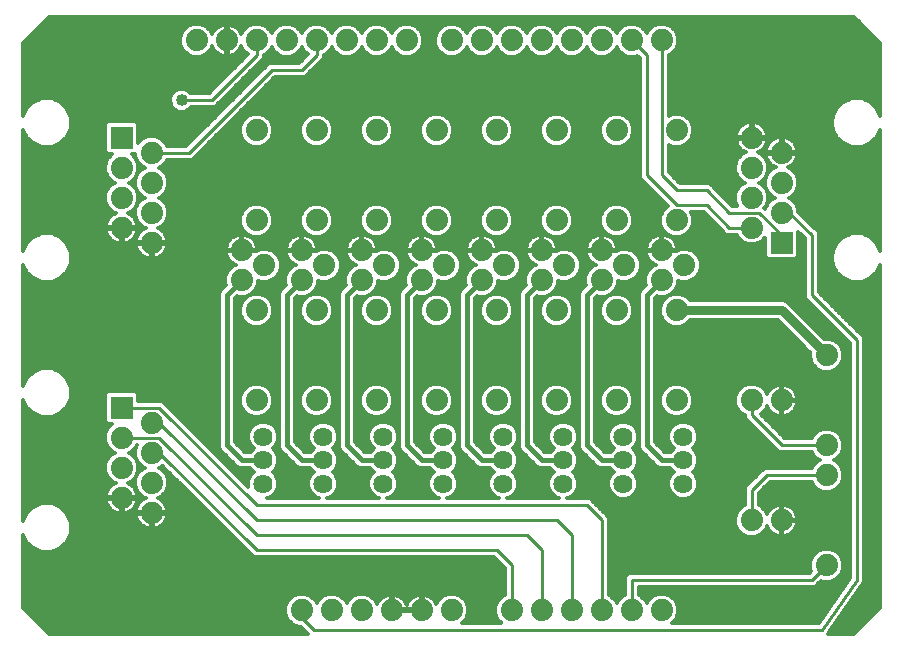
<source format=gbl>
G75*
G70*
%OFA0B0*%
%FSLAX24Y24*%
%IPPOS*%
%LPD*%
%AMOC8*
5,1,8,0,0,1.08239X$1,22.5*
%
%ADD10C,0.0740*%
%ADD11R,0.0740X0.0740*%
%ADD12C,0.0640*%
%ADD13C,0.0120*%
%ADD14C,0.0300*%
%ADD15C,0.0100*%
%ADD16C,0.0400*%
%ADD17C,0.0160*%
D10*
X009759Y004911D03*
X010759Y004411D03*
X010759Y005411D03*
X009759Y005911D03*
X010759Y006411D03*
X009759Y006911D03*
X010759Y007411D03*
X014259Y008161D03*
X016259Y008161D03*
X018259Y008161D03*
X020259Y008161D03*
X022259Y008161D03*
X024259Y008161D03*
X026259Y008161D03*
X028259Y008161D03*
X030759Y008161D03*
X031759Y008161D03*
X033259Y006661D03*
X033259Y005661D03*
X031759Y004161D03*
X030759Y004161D03*
X033259Y002661D03*
X027759Y001161D03*
X026759Y001161D03*
X025759Y001161D03*
X024759Y001161D03*
X023759Y001161D03*
X022759Y001161D03*
X020759Y001161D03*
X019759Y001161D03*
X018759Y001161D03*
X017759Y001161D03*
X016759Y001161D03*
X015759Y001161D03*
X016259Y011161D03*
X015759Y012161D03*
X016509Y012661D03*
X015759Y013161D03*
X014509Y012661D03*
X013759Y012161D03*
X013759Y013161D03*
X014259Y014161D03*
X016259Y014161D03*
X017759Y013161D03*
X018509Y012661D03*
X017759Y012161D03*
X018259Y011161D03*
X019759Y012161D03*
X020509Y012661D03*
X019759Y013161D03*
X020259Y014161D03*
X021759Y013161D03*
X022509Y012661D03*
X021759Y012161D03*
X022259Y011161D03*
X023759Y012161D03*
X024509Y012661D03*
X023759Y013161D03*
X024259Y014161D03*
X025759Y013161D03*
X026509Y012661D03*
X025759Y012161D03*
X026259Y011161D03*
X027759Y012161D03*
X028509Y012661D03*
X027759Y013161D03*
X028259Y014161D03*
X026259Y014161D03*
X022259Y014161D03*
X018259Y014161D03*
X018259Y017161D03*
X020259Y017161D03*
X022259Y017161D03*
X024259Y017161D03*
X026259Y017161D03*
X028259Y017161D03*
X030759Y016911D03*
X031759Y016411D03*
X030759Y015911D03*
X031759Y015411D03*
X030759Y014911D03*
X031759Y014411D03*
X030759Y013911D03*
X028259Y011161D03*
X024259Y011161D03*
X020259Y011161D03*
X014259Y011161D03*
X010759Y013411D03*
X009759Y013911D03*
X010759Y014411D03*
X009759Y014911D03*
X010759Y015411D03*
X009759Y015911D03*
X010759Y016411D03*
X014259Y017161D03*
X016259Y017161D03*
X016259Y020161D03*
X017259Y020161D03*
X018259Y020161D03*
X019259Y020161D03*
X020759Y020161D03*
X021759Y020161D03*
X022759Y020161D03*
X023759Y020161D03*
X024759Y020161D03*
X025759Y020161D03*
X026759Y020161D03*
X027759Y020161D03*
X015259Y020161D03*
X014259Y020161D03*
X013259Y020161D03*
X012259Y020161D03*
X033259Y009661D03*
D11*
X031759Y013411D03*
X009759Y016911D03*
X009759Y007911D03*
D12*
X014475Y006949D03*
X014475Y006161D03*
X014475Y005374D03*
X016475Y005374D03*
X016475Y006161D03*
X016475Y006949D03*
X018475Y006949D03*
X018475Y006161D03*
X018475Y005374D03*
X020475Y005374D03*
X020475Y006161D03*
X020475Y006949D03*
X022475Y006949D03*
X022475Y006161D03*
X022475Y005374D03*
X024475Y005374D03*
X024475Y006161D03*
X024475Y006949D03*
X026475Y006949D03*
X026475Y006161D03*
X026475Y005374D03*
X028475Y005374D03*
X028475Y006161D03*
X028475Y006949D03*
D13*
X006479Y003678D02*
X006479Y001252D01*
X007350Y000381D01*
X015964Y000381D01*
X015929Y000416D01*
X015734Y000611D01*
X015649Y000611D01*
X015447Y000695D01*
X015293Y000850D01*
X015209Y001052D01*
X015209Y001271D01*
X015293Y001473D01*
X015447Y001627D01*
X015649Y001711D01*
X015868Y001711D01*
X016070Y001627D01*
X016225Y001473D01*
X016259Y001391D01*
X016293Y001473D01*
X016447Y001627D01*
X016649Y001711D01*
X016868Y001711D01*
X017070Y001627D01*
X017225Y001473D01*
X017259Y001391D01*
X017293Y001473D01*
X017447Y001627D01*
X017649Y001711D01*
X017868Y001711D01*
X018070Y001627D01*
X018225Y001473D01*
X018269Y001367D01*
X018306Y001439D01*
X018355Y001506D01*
X018414Y001565D01*
X018481Y001615D01*
X018555Y001652D01*
X018635Y001678D01*
X018717Y001691D01*
X018719Y001691D01*
X018719Y001201D01*
X018799Y001201D01*
X019229Y001201D01*
X019719Y001201D01*
X019719Y001121D01*
X019229Y001121D01*
X018799Y001121D01*
X018799Y001201D01*
X018799Y001691D01*
X018801Y001691D01*
X018883Y001678D01*
X018962Y001652D01*
X019037Y001615D01*
X019104Y001565D01*
X019163Y001506D01*
X019212Y001439D01*
X019250Y001365D01*
X019259Y001337D01*
X019268Y001365D01*
X019306Y001439D01*
X019355Y001506D01*
X019414Y001565D01*
X019481Y001615D01*
X019555Y001652D01*
X019635Y001678D01*
X019717Y001691D01*
X019719Y001691D01*
X019719Y001201D01*
X019799Y001201D01*
X019799Y001691D01*
X019801Y001691D01*
X019883Y001678D01*
X019962Y001652D01*
X020037Y001615D01*
X020104Y001565D01*
X020163Y001506D01*
X020212Y001439D01*
X020249Y001367D01*
X020293Y001473D01*
X020447Y001627D01*
X020649Y001711D01*
X020868Y001711D01*
X021070Y001627D01*
X021225Y001473D01*
X021309Y001271D01*
X021309Y001052D01*
X021225Y000850D01*
X021117Y000741D01*
X022401Y000741D01*
X022293Y000850D01*
X022209Y001052D01*
X022209Y001271D01*
X022293Y001473D01*
X022447Y001627D01*
X022529Y001661D01*
X022529Y002566D01*
X022164Y002931D01*
X014354Y002931D01*
X014164Y002931D01*
X011110Y005985D01*
X011070Y005945D01*
X010989Y005911D01*
X011070Y005877D01*
X011225Y005723D01*
X011309Y005521D01*
X011309Y005302D01*
X011225Y005100D01*
X011070Y004945D01*
X010965Y004901D01*
X011037Y004865D01*
X011104Y004815D01*
X011163Y004756D01*
X011212Y004689D01*
X011250Y004615D01*
X011276Y004535D01*
X011289Y004453D01*
X011289Y004450D01*
X010798Y004450D01*
X010798Y004373D01*
X011289Y004373D01*
X011289Y004370D01*
X011276Y004287D01*
X011250Y004208D01*
X011212Y004133D01*
X011163Y004066D01*
X011104Y004007D01*
X011037Y003958D01*
X010962Y003920D01*
X010883Y003894D01*
X010801Y003881D01*
X010797Y003881D01*
X010797Y004373D01*
X010720Y004373D01*
X010229Y004373D01*
X010229Y004370D01*
X010242Y004287D01*
X010268Y004208D01*
X010306Y004133D01*
X010355Y004066D01*
X010414Y004007D01*
X010481Y003958D01*
X010555Y003920D01*
X010635Y003894D01*
X010717Y003881D01*
X010720Y003881D01*
X010720Y004373D01*
X010720Y004450D01*
X010229Y004450D01*
X010229Y004453D01*
X010242Y004535D01*
X010268Y004615D01*
X010306Y004689D01*
X010355Y004756D01*
X010414Y004815D01*
X010481Y004865D01*
X010553Y004901D01*
X010447Y004945D01*
X010293Y005100D01*
X010209Y005302D01*
X010209Y005521D01*
X010293Y005723D01*
X010447Y005877D01*
X010529Y005911D01*
X010447Y005945D01*
X010293Y006100D01*
X010209Y006302D01*
X010209Y006521D01*
X010275Y006681D01*
X010259Y006681D01*
X010275Y006681D01*
X010259Y006681D02*
X010225Y006600D01*
X010070Y006445D01*
X009989Y006411D01*
X010070Y006377D01*
X010225Y006223D01*
X010309Y006021D01*
X010309Y005802D01*
X010225Y005600D01*
X010070Y005445D01*
X009965Y005401D01*
X010037Y005365D01*
X010104Y005315D01*
X010163Y005256D01*
X010212Y005189D01*
X010250Y005115D01*
X010276Y005035D01*
X010289Y004953D01*
X010289Y004950D01*
X009798Y004950D01*
X009798Y004873D01*
X010289Y004873D01*
X010289Y004870D01*
X010276Y004787D01*
X010250Y004708D01*
X010212Y004633D01*
X010163Y004566D01*
X010104Y004507D01*
X010037Y004458D01*
X009962Y004420D01*
X009883Y004394D01*
X009801Y004381D01*
X009797Y004381D01*
X009797Y004873D01*
X009720Y004873D01*
X009229Y004873D01*
X009229Y004870D01*
X009242Y004787D01*
X009268Y004708D01*
X009306Y004633D01*
X009355Y004566D01*
X009414Y004507D01*
X009481Y004458D01*
X009555Y004420D01*
X009635Y004394D01*
X009717Y004381D01*
X009720Y004381D01*
X009720Y004873D01*
X009720Y004950D01*
X009229Y004950D01*
X009229Y004953D01*
X009242Y005035D01*
X009268Y005115D01*
X009306Y005189D01*
X009355Y005256D01*
X009414Y005315D01*
X009481Y005365D01*
X009553Y005401D01*
X009447Y005445D01*
X009293Y005600D01*
X009209Y005802D01*
X009209Y006021D01*
X009293Y006223D01*
X009447Y006377D01*
X009529Y006411D01*
X009447Y006445D01*
X009293Y006600D01*
X009209Y006802D01*
X009209Y007021D01*
X009293Y007223D01*
X009431Y007361D01*
X009314Y007361D01*
X009209Y007467D01*
X009209Y008356D01*
X009314Y008461D01*
X010203Y008461D01*
X010309Y008356D01*
X010309Y008141D01*
X010914Y008141D01*
X011104Y008141D01*
X013979Y005267D01*
X013975Y005274D01*
X013975Y005473D01*
X014052Y005657D01*
X014162Y005768D01*
X014052Y005878D01*
X014042Y005901D01*
X013811Y005901D01*
X013707Y005901D01*
X013612Y005941D01*
X013112Y006441D01*
X013038Y006514D01*
X012999Y006610D01*
X012999Y011610D01*
X012999Y011713D01*
X013038Y011809D01*
X013230Y012000D01*
X013209Y012052D01*
X013209Y012271D01*
X013293Y012473D01*
X013447Y012627D01*
X013553Y012671D01*
X013481Y012708D01*
X013414Y012757D01*
X013355Y012816D01*
X013306Y012883D01*
X013268Y012958D01*
X013242Y013037D01*
X013229Y013120D01*
X013229Y013141D01*
X013739Y013141D01*
X013739Y013181D01*
X013229Y013181D01*
X013229Y013203D01*
X013242Y013285D01*
X013268Y013365D01*
X013306Y013439D01*
X013355Y013506D01*
X013414Y013565D01*
X013481Y013615D01*
X013555Y013652D01*
X013635Y013678D01*
X013717Y013691D01*
X013739Y013691D01*
X013739Y013181D01*
X013779Y013181D01*
X014289Y013181D01*
X014289Y013203D01*
X014276Y013285D01*
X014250Y013365D01*
X014212Y013439D01*
X014163Y013506D01*
X014104Y013565D01*
X014037Y013615D01*
X013962Y013652D01*
X013883Y013678D01*
X013801Y013691D01*
X013779Y013691D01*
X013779Y013181D01*
X013779Y013141D01*
X014230Y013141D01*
X014399Y013211D01*
X014618Y013211D01*
X014820Y013127D01*
X014975Y012973D01*
X015059Y012771D01*
X015059Y012552D01*
X014975Y012350D01*
X014820Y012195D01*
X014618Y012111D01*
X014399Y012111D01*
X014309Y012149D01*
X014309Y012052D01*
X014225Y011850D01*
X014070Y011695D01*
X013868Y011611D01*
X013649Y011611D01*
X013598Y011633D01*
X013519Y011554D01*
X013519Y006769D01*
X013867Y006421D01*
X014042Y006421D01*
X014052Y006444D01*
X014051Y006444D02*
X013844Y006444D01*
X013725Y006563D02*
X014154Y006563D01*
X014162Y006555D02*
X014052Y006444D01*
X014162Y006555D02*
X014052Y006665D01*
X013975Y006849D01*
X013975Y007048D01*
X014052Y007232D01*
X014192Y007373D01*
X014376Y007449D01*
X014575Y007449D01*
X014759Y007373D01*
X014899Y007232D01*
X014975Y007048D01*
X014975Y006849D01*
X014899Y006665D01*
X014789Y006555D01*
X014899Y006444D01*
X015108Y006444D01*
X015112Y006441D02*
X015612Y005941D01*
X015707Y005901D01*
X015811Y005901D01*
X016042Y005901D01*
X016052Y005878D01*
X016162Y005768D01*
X016052Y005657D01*
X015975Y005473D01*
X015975Y005274D01*
X016052Y005091D01*
X016192Y004950D01*
X016334Y004891D01*
X014617Y004891D01*
X014759Y004950D01*
X014899Y005091D01*
X014975Y005274D01*
X014975Y005473D01*
X014899Y005657D01*
X014789Y005768D01*
X014899Y005878D01*
X014975Y006062D01*
X014975Y006261D01*
X014899Y006444D01*
X014949Y006326D02*
X015227Y006326D01*
X015112Y006441D02*
X015038Y006514D01*
X014999Y006610D01*
X014999Y011610D01*
X014999Y011713D01*
X015038Y011809D01*
X015230Y012000D01*
X015209Y012052D01*
X015209Y012271D01*
X015293Y012473D01*
X015447Y012627D01*
X015553Y012671D01*
X015481Y012708D01*
X015414Y012757D01*
X015355Y012816D01*
X015306Y012883D01*
X015268Y012958D01*
X015242Y013037D01*
X015229Y013120D01*
X015229Y013141D01*
X015739Y013141D01*
X015739Y013181D01*
X015229Y013181D01*
X015229Y013203D01*
X015242Y013285D01*
X015268Y013365D01*
X015306Y013439D01*
X015355Y013506D01*
X015414Y013565D01*
X015481Y013615D01*
X015555Y013652D01*
X015635Y013678D01*
X015717Y013691D01*
X015739Y013691D01*
X015739Y013181D01*
X015779Y013181D01*
X016289Y013181D01*
X016289Y013203D01*
X016276Y013285D01*
X016250Y013365D01*
X016212Y013439D01*
X016163Y013506D01*
X016104Y013565D01*
X016037Y013615D01*
X015962Y013652D01*
X015883Y013678D01*
X015801Y013691D01*
X015779Y013691D01*
X015779Y013181D01*
X015779Y013141D01*
X016230Y013141D01*
X016399Y013211D01*
X016618Y013211D01*
X016820Y013127D01*
X016975Y012973D01*
X017059Y012771D01*
X017059Y012552D01*
X016975Y012350D01*
X016820Y012195D01*
X016618Y012111D01*
X016399Y012111D01*
X016309Y012149D01*
X016309Y012052D01*
X016225Y011850D01*
X016070Y011695D01*
X015868Y011611D01*
X015649Y011611D01*
X015598Y011633D01*
X015519Y011554D01*
X015519Y006769D01*
X015867Y006421D01*
X016042Y006421D01*
X016052Y006444D01*
X016051Y006444D02*
X015844Y006444D01*
X015725Y006563D02*
X016154Y006563D01*
X016162Y006555D02*
X016052Y006444D01*
X016162Y006555D02*
X016052Y006665D01*
X015975Y006849D01*
X015975Y007048D01*
X016052Y007232D01*
X016192Y007373D01*
X016376Y007449D01*
X016575Y007449D01*
X016759Y007373D01*
X016899Y007232D01*
X016975Y007048D01*
X016975Y006849D01*
X016899Y006665D01*
X016789Y006555D01*
X016899Y006444D01*
X017108Y006444D01*
X017112Y006441D02*
X017612Y005941D01*
X017707Y005901D01*
X017811Y005901D01*
X018042Y005901D01*
X018052Y005878D01*
X018162Y005768D01*
X018052Y005657D01*
X017975Y005473D01*
X017975Y005274D01*
X018052Y005091D01*
X018192Y004950D01*
X018334Y004891D01*
X016617Y004891D01*
X016759Y004950D01*
X016899Y005091D01*
X016975Y005274D01*
X016975Y005473D01*
X016899Y005657D01*
X016789Y005768D01*
X016899Y005878D01*
X016975Y006062D01*
X016975Y006261D01*
X016899Y006444D01*
X016949Y006326D02*
X017227Y006326D01*
X017112Y006441D02*
X017038Y006514D01*
X016999Y006610D01*
X016999Y011610D01*
X016999Y011713D01*
X017038Y011809D01*
X017230Y012000D01*
X017209Y012052D01*
X017209Y012271D01*
X017293Y012473D01*
X017447Y012627D01*
X017553Y012671D01*
X017481Y012708D01*
X017414Y012757D01*
X017355Y012816D01*
X017306Y012883D01*
X017268Y012958D01*
X017242Y013037D01*
X017229Y013120D01*
X017229Y013141D01*
X017739Y013141D01*
X017739Y013181D01*
X017229Y013181D01*
X017229Y013203D01*
X017242Y013285D01*
X017268Y013365D01*
X017306Y013439D01*
X017355Y013506D01*
X017414Y013565D01*
X017481Y013615D01*
X017555Y013652D01*
X017635Y013678D01*
X017717Y013691D01*
X017739Y013691D01*
X017739Y013181D01*
X017779Y013181D01*
X018289Y013181D01*
X018289Y013203D01*
X018276Y013285D01*
X018250Y013365D01*
X018212Y013439D01*
X018163Y013506D01*
X018104Y013565D01*
X018037Y013615D01*
X017962Y013652D01*
X017883Y013678D01*
X017801Y013691D01*
X017779Y013691D01*
X017779Y013181D01*
X017779Y013141D01*
X018230Y013141D01*
X018399Y013211D01*
X018618Y013211D01*
X018820Y013127D01*
X018975Y012973D01*
X019059Y012771D01*
X019059Y012552D01*
X018975Y012350D01*
X018820Y012195D01*
X018618Y012111D01*
X018399Y012111D01*
X018309Y012149D01*
X018309Y012052D01*
X018225Y011850D01*
X018070Y011695D01*
X017868Y011611D01*
X017649Y011611D01*
X017598Y011633D01*
X017519Y011554D01*
X017519Y006769D01*
X017867Y006421D01*
X018042Y006421D01*
X018052Y006444D01*
X018051Y006444D02*
X017844Y006444D01*
X017725Y006563D02*
X018154Y006563D01*
X018162Y006555D02*
X018052Y006444D01*
X018162Y006555D02*
X018052Y006665D01*
X017975Y006849D01*
X017975Y007048D01*
X018052Y007232D01*
X018192Y007373D01*
X018376Y007449D01*
X018575Y007449D01*
X018759Y007373D01*
X018899Y007232D01*
X018975Y007048D01*
X018975Y006849D01*
X018899Y006665D01*
X018789Y006555D01*
X018899Y006444D01*
X019108Y006444D01*
X019112Y006441D02*
X019612Y005941D01*
X019707Y005901D01*
X019811Y005901D01*
X020042Y005901D01*
X020052Y005878D01*
X020162Y005768D01*
X020052Y005657D01*
X019975Y005473D01*
X019975Y005274D01*
X020052Y005091D01*
X020192Y004950D01*
X020334Y004891D01*
X018617Y004891D01*
X018759Y004950D01*
X018899Y005091D01*
X018975Y005274D01*
X018975Y005473D01*
X018899Y005657D01*
X018789Y005768D01*
X018899Y005878D01*
X018975Y006062D01*
X018975Y006261D01*
X018899Y006444D01*
X018949Y006326D02*
X019227Y006326D01*
X019112Y006441D02*
X019038Y006514D01*
X018999Y006610D01*
X018999Y011610D01*
X018999Y011713D01*
X019038Y011809D01*
X019230Y012000D01*
X019209Y012052D01*
X019209Y012271D01*
X019293Y012473D01*
X019447Y012627D01*
X019553Y012671D01*
X019481Y012708D01*
X019414Y012757D01*
X019355Y012816D01*
X019306Y012883D01*
X019268Y012958D01*
X019242Y013037D01*
X019229Y013120D01*
X019229Y013141D01*
X019739Y013141D01*
X019739Y013181D01*
X019229Y013181D01*
X019229Y013203D01*
X019242Y013285D01*
X019268Y013365D01*
X019306Y013439D01*
X019355Y013506D01*
X019414Y013565D01*
X019481Y013615D01*
X019555Y013652D01*
X019635Y013678D01*
X019717Y013691D01*
X019739Y013691D01*
X019739Y013181D01*
X019779Y013181D01*
X020289Y013181D01*
X020289Y013203D01*
X020276Y013285D01*
X020250Y013365D01*
X020212Y013439D01*
X020163Y013506D01*
X020104Y013565D01*
X020037Y013615D01*
X019962Y013652D01*
X019883Y013678D01*
X019801Y013691D01*
X019779Y013691D01*
X019779Y013181D01*
X019779Y013141D01*
X020230Y013141D01*
X020399Y013211D01*
X020618Y013211D01*
X020820Y013127D01*
X020975Y012973D01*
X021059Y012771D01*
X021059Y012552D01*
X020975Y012350D01*
X020820Y012195D01*
X020618Y012111D01*
X020399Y012111D01*
X020309Y012149D01*
X020309Y012052D01*
X020225Y011850D01*
X020070Y011695D01*
X019868Y011611D01*
X019649Y011611D01*
X019598Y011633D01*
X019519Y011554D01*
X019519Y006769D01*
X019867Y006421D01*
X020042Y006421D01*
X020052Y006444D01*
X020051Y006444D02*
X019844Y006444D01*
X019725Y006563D02*
X020154Y006563D01*
X020162Y006555D02*
X020052Y006444D01*
X020162Y006555D02*
X020052Y006665D01*
X019975Y006849D01*
X019975Y007048D01*
X020052Y007232D01*
X020192Y007373D01*
X020376Y007449D01*
X020575Y007449D01*
X020759Y007373D01*
X020899Y007232D01*
X020975Y007048D01*
X020975Y006849D01*
X020899Y006665D01*
X020789Y006555D01*
X020899Y006444D01*
X021108Y006444D01*
X021112Y006441D02*
X021612Y005941D01*
X021707Y005901D01*
X021811Y005901D01*
X022042Y005901D01*
X022052Y005878D01*
X022162Y005768D01*
X022052Y005657D01*
X021975Y005473D01*
X021975Y005274D01*
X022052Y005091D01*
X022192Y004950D01*
X022334Y004891D01*
X020617Y004891D01*
X020759Y004950D01*
X020899Y005091D01*
X020975Y005274D01*
X020975Y005473D01*
X020899Y005657D01*
X020789Y005768D01*
X020899Y005878D01*
X020975Y006062D01*
X020975Y006261D01*
X020899Y006444D01*
X020949Y006326D02*
X021227Y006326D01*
X021112Y006441D02*
X021038Y006514D01*
X020999Y006610D01*
X020999Y011610D01*
X020999Y011713D01*
X021038Y011809D01*
X021230Y012000D01*
X021209Y012052D01*
X021209Y012271D01*
X021293Y012473D01*
X021447Y012627D01*
X021553Y012671D01*
X021481Y012708D01*
X021414Y012757D01*
X021355Y012816D01*
X021306Y012883D01*
X021268Y012958D01*
X021242Y013037D01*
X021229Y013120D01*
X021229Y013141D01*
X021739Y013141D01*
X021739Y013181D01*
X021229Y013181D01*
X021229Y013203D01*
X021242Y013285D01*
X021268Y013365D01*
X021306Y013439D01*
X021355Y013506D01*
X021414Y013565D01*
X021481Y013615D01*
X021555Y013652D01*
X021635Y013678D01*
X021717Y013691D01*
X021739Y013691D01*
X021739Y013181D01*
X021779Y013181D01*
X022289Y013181D01*
X022289Y013203D01*
X022276Y013285D01*
X022250Y013365D01*
X022212Y013439D01*
X022163Y013506D01*
X022104Y013565D01*
X022037Y013615D01*
X021962Y013652D01*
X021883Y013678D01*
X021801Y013691D01*
X021779Y013691D01*
X021779Y013181D01*
X021779Y013141D01*
X022230Y013141D01*
X022399Y013211D01*
X022618Y013211D01*
X022820Y013127D01*
X022975Y012973D01*
X023059Y012771D01*
X023059Y012552D01*
X022975Y012350D01*
X022820Y012195D01*
X022618Y012111D01*
X022399Y012111D01*
X022309Y012149D01*
X022309Y012052D01*
X022225Y011850D01*
X022070Y011695D01*
X021868Y011611D01*
X021649Y011611D01*
X021598Y011633D01*
X021519Y011554D01*
X021519Y006769D01*
X021867Y006421D01*
X022042Y006421D01*
X022052Y006444D01*
X022051Y006444D02*
X021844Y006444D01*
X021725Y006563D02*
X022154Y006563D01*
X022162Y006555D02*
X022052Y006444D01*
X022162Y006555D02*
X022052Y006665D01*
X021975Y006849D01*
X021975Y007048D01*
X022052Y007232D01*
X022192Y007373D01*
X022376Y007449D01*
X022575Y007449D01*
X022759Y007373D01*
X022899Y007232D01*
X022975Y007048D01*
X022975Y006849D01*
X022899Y006665D01*
X022789Y006555D01*
X022899Y006444D01*
X023108Y006444D01*
X023112Y006441D02*
X023612Y005941D01*
X023707Y005901D01*
X023811Y005901D01*
X024042Y005901D01*
X024052Y005878D01*
X024162Y005768D01*
X024052Y005657D01*
X023975Y005473D01*
X023975Y005274D01*
X024052Y005091D01*
X024192Y004950D01*
X024334Y004891D01*
X022617Y004891D01*
X022759Y004950D01*
X022899Y005091D01*
X022975Y005274D01*
X022975Y005473D01*
X022899Y005657D01*
X022789Y005768D01*
X022899Y005878D01*
X022975Y006062D01*
X022975Y006261D01*
X022899Y006444D01*
X022949Y006326D02*
X023227Y006326D01*
X023112Y006441D02*
X023038Y006514D01*
X022999Y006610D01*
X022999Y011610D01*
X022999Y011713D01*
X023038Y011809D01*
X023230Y012000D01*
X023209Y012052D01*
X023209Y012271D01*
X023293Y012473D01*
X023447Y012627D01*
X023553Y012671D01*
X023481Y012708D01*
X023414Y012757D01*
X023355Y012816D01*
X023306Y012883D01*
X023268Y012958D01*
X023242Y013037D01*
X023229Y013120D01*
X023229Y013141D01*
X023739Y013141D01*
X023739Y013181D01*
X023229Y013181D01*
X023229Y013203D01*
X023242Y013285D01*
X023268Y013365D01*
X023306Y013439D01*
X023355Y013506D01*
X023414Y013565D01*
X023481Y013615D01*
X023555Y013652D01*
X023635Y013678D01*
X023717Y013691D01*
X023739Y013691D01*
X023739Y013181D01*
X023779Y013181D01*
X024289Y013181D01*
X024289Y013203D01*
X024276Y013285D01*
X024250Y013365D01*
X024212Y013439D01*
X024163Y013506D01*
X024104Y013565D01*
X024037Y013615D01*
X023962Y013652D01*
X023883Y013678D01*
X023801Y013691D01*
X023779Y013691D01*
X023779Y013181D01*
X023779Y013141D01*
X024230Y013141D01*
X024399Y013211D01*
X024618Y013211D01*
X024820Y013127D01*
X024975Y012973D01*
X025059Y012771D01*
X025059Y012552D01*
X024975Y012350D01*
X024820Y012195D01*
X024618Y012111D01*
X024399Y012111D01*
X024309Y012149D01*
X024309Y012052D01*
X024225Y011850D01*
X024070Y011695D01*
X023868Y011611D01*
X023649Y011611D01*
X023598Y011633D01*
X023519Y011554D01*
X023519Y006769D01*
X023867Y006421D01*
X024042Y006421D01*
X024052Y006444D01*
X024051Y006444D02*
X023844Y006444D01*
X023725Y006563D02*
X024154Y006563D01*
X024162Y006555D02*
X024052Y006444D01*
X024162Y006555D02*
X024052Y006665D01*
X023975Y006849D01*
X023975Y007048D01*
X024052Y007232D01*
X024192Y007373D01*
X024376Y007449D01*
X024575Y007449D01*
X024759Y007373D01*
X024899Y007232D01*
X024975Y007048D01*
X024975Y006849D01*
X024899Y006665D01*
X024789Y006555D01*
X024899Y006444D01*
X025108Y006444D01*
X025112Y006441D02*
X025612Y005941D01*
X025707Y005901D01*
X025811Y005901D01*
X026042Y005901D01*
X026052Y005878D01*
X026162Y005768D01*
X026052Y005657D01*
X025975Y005473D01*
X025975Y005274D01*
X026052Y005091D01*
X026192Y004950D01*
X026376Y004874D01*
X026575Y004874D01*
X026759Y004950D01*
X026899Y005091D01*
X026975Y005274D01*
X026975Y005473D01*
X026899Y005657D01*
X026789Y005768D01*
X026899Y005878D01*
X026975Y006062D01*
X026975Y006261D01*
X026899Y006444D01*
X027108Y006444D01*
X027112Y006441D02*
X027612Y005941D01*
X027707Y005901D01*
X027811Y005901D01*
X028042Y005901D01*
X028052Y005878D01*
X028162Y005768D01*
X028052Y005657D01*
X027975Y005473D01*
X027975Y005274D01*
X028052Y005091D01*
X028192Y004950D01*
X028376Y004874D01*
X028575Y004874D01*
X028759Y004950D01*
X028899Y005091D01*
X028975Y005274D01*
X028975Y005473D01*
X028899Y005657D01*
X028789Y005768D01*
X028899Y005878D01*
X028975Y006062D01*
X028975Y006261D01*
X028899Y006444D01*
X031651Y006444D01*
X031664Y006431D02*
X031854Y006431D01*
X032759Y006431D01*
X032793Y006350D01*
X032947Y006195D01*
X033029Y006161D01*
X032947Y006127D01*
X032793Y005973D01*
X032759Y005891D01*
X031354Y005891D01*
X031164Y005891D01*
X030664Y005391D01*
X030529Y005256D01*
X030529Y004661D01*
X030447Y004627D01*
X030293Y004473D01*
X030209Y004271D01*
X030209Y004052D01*
X030293Y003850D01*
X030447Y003695D01*
X030649Y003611D01*
X030868Y003611D01*
X031070Y003695D01*
X031225Y003850D01*
X031269Y003955D01*
X031269Y003955D01*
X031306Y003883D01*
X031355Y003816D01*
X031414Y003757D01*
X031481Y003708D01*
X031555Y003670D01*
X031635Y003644D01*
X031717Y003631D01*
X031739Y003631D01*
X031739Y004141D01*
X031779Y004141D01*
X031779Y003631D01*
X031801Y003631D01*
X031883Y003644D01*
X031962Y003670D01*
X032037Y003708D01*
X032104Y003757D01*
X032163Y003816D01*
X032212Y003883D01*
X032250Y003958D01*
X032276Y004037D01*
X032289Y004120D01*
X032289Y004141D01*
X031779Y004141D01*
X031779Y004181D01*
X032289Y004181D01*
X032289Y004203D01*
X032276Y004285D01*
X032250Y004365D01*
X032212Y004439D01*
X032163Y004506D01*
X032104Y004565D01*
X032037Y004615D01*
X031962Y004652D01*
X031883Y004678D01*
X031801Y004691D01*
X031779Y004691D01*
X031779Y004181D01*
X031739Y004181D01*
X031739Y004691D01*
X031717Y004691D01*
X031635Y004678D01*
X031555Y004652D01*
X031481Y004615D01*
X031414Y004565D01*
X031355Y004506D01*
X031306Y004439D01*
X031269Y004367D01*
X031225Y004473D01*
X031070Y004627D01*
X030989Y004661D01*
X030989Y005066D01*
X031354Y005431D01*
X032759Y005431D01*
X032793Y005350D01*
X032947Y005195D01*
X033149Y005111D01*
X033368Y005111D01*
X033570Y005195D01*
X033725Y005350D01*
X033809Y005552D01*
X033809Y005771D01*
X033725Y005973D01*
X033570Y006127D01*
X033489Y006161D01*
X033570Y006195D01*
X033725Y006350D01*
X033809Y006552D01*
X033809Y006771D01*
X033725Y006973D01*
X033570Y007127D01*
X033368Y007211D01*
X033149Y007211D01*
X032947Y007127D01*
X032793Y006973D01*
X032759Y006891D01*
X031854Y006891D01*
X031056Y007689D01*
X031070Y007695D01*
X031225Y007850D01*
X031269Y007955D01*
X031306Y007883D01*
X031355Y007816D01*
X031414Y007757D01*
X031481Y007708D01*
X031555Y007670D01*
X031635Y007644D01*
X031717Y007631D01*
X031739Y007631D01*
X031739Y008141D01*
X031779Y008141D01*
X031779Y007631D01*
X031801Y007631D01*
X031883Y007644D01*
X031962Y007670D01*
X032037Y007708D01*
X032104Y007757D01*
X032163Y007816D01*
X032212Y007883D01*
X032250Y007958D01*
X032276Y008037D01*
X032289Y008120D01*
X032289Y008141D01*
X031779Y008141D01*
X031779Y008181D01*
X032289Y008181D01*
X032289Y008203D01*
X032276Y008285D01*
X032250Y008365D01*
X032212Y008439D01*
X032163Y008506D01*
X032104Y008565D01*
X032037Y008615D01*
X031962Y008652D01*
X031883Y008678D01*
X031801Y008691D01*
X031779Y008691D01*
X031779Y008181D01*
X031739Y008181D01*
X031739Y008691D01*
X031717Y008691D01*
X031635Y008678D01*
X031555Y008652D01*
X031481Y008615D01*
X031414Y008565D01*
X031355Y008506D01*
X031306Y008439D01*
X031269Y008367D01*
X031225Y008473D01*
X031070Y008627D01*
X030868Y008711D01*
X030649Y008711D01*
X030447Y008627D01*
X030293Y008473D01*
X030209Y008271D01*
X030209Y008052D01*
X030293Y007850D01*
X030447Y007695D01*
X030529Y007661D01*
X030529Y007566D01*
X030664Y007431D01*
X031664Y006431D01*
X031532Y006563D02*
X028796Y006563D01*
X028789Y006555D02*
X028899Y006665D01*
X028975Y006849D01*
X028975Y007048D01*
X028899Y007232D01*
X028759Y007373D01*
X028575Y007449D01*
X028376Y007449D01*
X028192Y007373D01*
X028052Y007232D01*
X027975Y007048D01*
X027975Y006849D01*
X028052Y006665D01*
X028162Y006555D01*
X028052Y006444D01*
X028051Y006444D02*
X027844Y006444D01*
X027867Y006421D02*
X027519Y006769D01*
X027519Y011554D01*
X027598Y011633D01*
X027649Y011611D01*
X027868Y011611D01*
X028070Y011695D01*
X028225Y011850D01*
X028309Y012052D01*
X028309Y012149D01*
X028399Y012111D01*
X028618Y012111D01*
X028820Y012195D01*
X028975Y012350D01*
X029059Y012552D01*
X029059Y012771D01*
X028975Y012973D01*
X028820Y013127D01*
X028618Y013211D01*
X028399Y013211D01*
X028230Y013141D01*
X027779Y013141D01*
X027779Y013181D01*
X028289Y013181D01*
X028289Y013203D01*
X028276Y013285D01*
X028250Y013365D01*
X028212Y013439D01*
X028163Y013506D01*
X028104Y013565D01*
X028037Y013615D01*
X027962Y013652D01*
X027883Y013678D01*
X027801Y013691D01*
X027779Y013691D01*
X027779Y013181D01*
X027739Y013181D01*
X027739Y013141D01*
X027229Y013141D01*
X027229Y013120D01*
X027242Y013037D01*
X027268Y012958D01*
X027306Y012883D01*
X027355Y012816D01*
X027414Y012757D01*
X027481Y012708D01*
X027553Y012671D01*
X027447Y012627D01*
X027293Y012473D01*
X027209Y012271D01*
X027209Y012052D01*
X027230Y012000D01*
X027038Y011809D01*
X026999Y011713D01*
X026999Y011610D01*
X026999Y006610D01*
X027038Y006514D01*
X027112Y006441D01*
X027018Y006563D02*
X026796Y006563D01*
X026789Y006555D02*
X026899Y006665D01*
X026975Y006849D01*
X026975Y007048D01*
X026899Y007232D01*
X026759Y007373D01*
X026575Y007449D01*
X026376Y007449D01*
X026192Y007373D01*
X026052Y007232D01*
X025975Y007048D01*
X025975Y006849D01*
X026052Y006665D01*
X026162Y006555D01*
X026052Y006444D01*
X026051Y006444D02*
X025844Y006444D01*
X025867Y006421D02*
X025519Y006769D01*
X025519Y011554D01*
X025598Y011633D01*
X025649Y011611D01*
X025868Y011611D01*
X026070Y011695D01*
X026225Y011850D01*
X026309Y012052D01*
X026309Y012149D01*
X026399Y012111D01*
X026618Y012111D01*
X026820Y012195D01*
X026975Y012350D01*
X027059Y012552D01*
X027059Y012771D01*
X026975Y012973D01*
X026820Y013127D01*
X026618Y013211D01*
X026399Y013211D01*
X026230Y013141D01*
X025779Y013141D01*
X025779Y013181D01*
X026289Y013181D01*
X026289Y013203D01*
X026276Y013285D01*
X026250Y013365D01*
X026212Y013439D01*
X026163Y013506D01*
X026104Y013565D01*
X026037Y013615D01*
X025962Y013652D01*
X025883Y013678D01*
X025801Y013691D01*
X025779Y013691D01*
X025779Y013181D01*
X025739Y013181D01*
X025739Y013141D01*
X025229Y013141D01*
X025229Y013120D01*
X025242Y013037D01*
X025268Y012958D01*
X025306Y012883D01*
X025355Y012816D01*
X025414Y012757D01*
X025481Y012708D01*
X025553Y012671D01*
X025447Y012627D01*
X025293Y012473D01*
X025209Y012271D01*
X025209Y012052D01*
X025230Y012000D01*
X025038Y011809D01*
X024999Y011713D01*
X024999Y011610D01*
X024999Y006610D01*
X025038Y006514D01*
X025112Y006441D01*
X025018Y006563D02*
X024796Y006563D01*
X024899Y006444D02*
X024975Y006261D01*
X024975Y006062D01*
X024899Y005878D01*
X024789Y005768D01*
X024899Y005657D01*
X024975Y005473D01*
X024975Y005274D01*
X024899Y005091D01*
X024759Y004950D01*
X024617Y004891D01*
X025354Y004891D01*
X025489Y004756D01*
X025854Y004391D01*
X025989Y004256D01*
X025989Y001661D01*
X026070Y001627D01*
X026225Y001473D01*
X026259Y001391D01*
X026293Y001473D01*
X026447Y001627D01*
X026529Y001661D01*
X026529Y002066D01*
X026529Y002256D01*
X026664Y002391D01*
X032664Y002391D01*
X032743Y002470D01*
X032709Y002552D01*
X032709Y002771D01*
X032793Y002973D01*
X032947Y003127D01*
X033149Y003211D01*
X033368Y003211D01*
X033570Y003127D01*
X033725Y002973D01*
X033809Y002771D01*
X033809Y002552D01*
X033725Y002350D01*
X033570Y002195D01*
X033368Y002111D01*
X033149Y002111D01*
X033068Y002145D01*
X032854Y001931D01*
X032664Y001931D01*
X026989Y001931D01*
X026989Y001661D01*
X027070Y001627D01*
X027225Y001473D01*
X027259Y001391D01*
X027293Y001473D01*
X027447Y001627D01*
X027649Y001711D01*
X027868Y001711D01*
X028070Y001627D01*
X028225Y001473D01*
X028309Y001271D01*
X028309Y001052D01*
X028225Y000850D01*
X028117Y000741D01*
X032989Y000741D01*
X034029Y002234D01*
X034029Y010066D01*
X032529Y011566D01*
X032529Y011756D01*
X032529Y013566D01*
X032309Y013786D01*
X032309Y012967D01*
X032203Y012861D01*
X031314Y012861D01*
X031209Y012967D01*
X031209Y013584D01*
X031070Y013445D01*
X030868Y013361D01*
X030649Y013361D01*
X030447Y013445D01*
X030293Y013600D01*
X030259Y013681D01*
X030104Y013681D01*
X029914Y013681D01*
X029164Y014431D01*
X028742Y014431D01*
X028809Y014271D01*
X028809Y014052D01*
X028725Y013850D01*
X028570Y013695D01*
X028368Y013611D01*
X028149Y013611D01*
X027947Y013695D01*
X027793Y013850D01*
X027709Y014052D01*
X027709Y014271D01*
X027793Y014473D01*
X027947Y014627D01*
X027962Y014633D01*
X027164Y015431D01*
X027164Y015431D01*
X027029Y015566D01*
X027029Y019566D01*
X026950Y019645D01*
X026868Y019611D01*
X026649Y019611D01*
X026447Y019695D01*
X026293Y019850D01*
X026259Y019931D01*
X026225Y019850D01*
X026070Y019695D01*
X025868Y019611D01*
X025649Y019611D01*
X025447Y019695D01*
X025293Y019850D01*
X025259Y019931D01*
X025225Y019850D01*
X025070Y019695D01*
X024868Y019611D01*
X024649Y019611D01*
X024447Y019695D01*
X024293Y019850D01*
X024259Y019931D01*
X024225Y019850D01*
X024070Y019695D01*
X023868Y019611D01*
X023649Y019611D01*
X023447Y019695D01*
X023293Y019850D01*
X023259Y019931D01*
X023225Y019850D01*
X023070Y019695D01*
X022868Y019611D01*
X022649Y019611D01*
X022447Y019695D01*
X022293Y019850D01*
X022259Y019931D01*
X022225Y019850D01*
X022070Y019695D01*
X021868Y019611D01*
X021649Y019611D01*
X021447Y019695D01*
X021293Y019850D01*
X021259Y019931D01*
X021225Y019850D01*
X021070Y019695D01*
X020868Y019611D01*
X020649Y019611D01*
X020447Y019695D01*
X020293Y019850D01*
X020209Y020052D01*
X020209Y020271D01*
X020293Y020473D01*
X020447Y020627D01*
X020649Y020711D01*
X020868Y020711D01*
X021070Y020627D01*
X021225Y020473D01*
X021259Y020391D01*
X021293Y020473D01*
X021447Y020627D01*
X021649Y020711D01*
X021868Y020711D01*
X022070Y020627D01*
X022225Y020473D01*
X022259Y020391D01*
X022293Y020473D01*
X022447Y020627D01*
X022649Y020711D01*
X022868Y020711D01*
X023070Y020627D01*
X023225Y020473D01*
X023259Y020391D01*
X023293Y020473D01*
X023447Y020627D01*
X023649Y020711D01*
X023868Y020711D01*
X024070Y020627D01*
X024225Y020473D01*
X024259Y020391D01*
X024293Y020473D01*
X024447Y020627D01*
X024649Y020711D01*
X024868Y020711D01*
X025070Y020627D01*
X025225Y020473D01*
X025259Y020391D01*
X025293Y020473D01*
X025447Y020627D01*
X025649Y020711D01*
X025868Y020711D01*
X026070Y020627D01*
X026225Y020473D01*
X026259Y020391D01*
X026293Y020473D01*
X026447Y020627D01*
X026649Y020711D01*
X026868Y020711D01*
X027070Y020627D01*
X027225Y020473D01*
X027259Y020391D01*
X027293Y020473D01*
X027447Y020627D01*
X027649Y020711D01*
X027868Y020711D01*
X028070Y020627D01*
X028225Y020473D01*
X028309Y020271D01*
X028309Y020052D01*
X028225Y019850D01*
X028070Y019695D01*
X027989Y019661D01*
X027989Y017645D01*
X028149Y017711D01*
X028368Y017711D01*
X028570Y017627D01*
X028725Y017473D01*
X028809Y017271D01*
X028809Y017052D01*
X028725Y016850D01*
X028570Y016695D01*
X028368Y016611D01*
X028149Y016611D01*
X027989Y016678D01*
X027989Y015756D01*
X028354Y015391D01*
X029164Y015391D01*
X029354Y015391D01*
X030104Y014641D01*
X030275Y014641D01*
X030209Y014802D01*
X030209Y015021D01*
X030293Y015223D01*
X030447Y015377D01*
X030529Y015411D01*
X030447Y015445D01*
X030293Y015600D01*
X030209Y015802D01*
X030209Y016021D01*
X030293Y016223D01*
X030447Y016377D01*
X030553Y016421D01*
X030481Y016458D01*
X030414Y016507D01*
X030355Y016566D01*
X030306Y016633D01*
X030268Y016708D01*
X030242Y016787D01*
X030229Y016870D01*
X030229Y016873D01*
X030720Y016873D01*
X030720Y016950D01*
X030229Y016950D01*
X030229Y016953D01*
X030242Y017035D01*
X030268Y017115D01*
X030306Y017189D01*
X030355Y017256D01*
X030414Y017315D01*
X030481Y017365D01*
X030555Y017402D01*
X030635Y017428D01*
X030717Y017441D01*
X030720Y017441D01*
X030720Y016950D01*
X030797Y016950D01*
X030797Y017441D01*
X030801Y017441D01*
X030883Y017428D01*
X030962Y017402D01*
X031037Y017365D01*
X031104Y017315D01*
X031163Y017256D01*
X031212Y017189D01*
X031250Y017115D01*
X031276Y017035D01*
X031289Y016953D01*
X031289Y016950D01*
X030798Y016950D01*
X030798Y016873D01*
X031289Y016873D01*
X031289Y016870D01*
X031276Y016787D01*
X031250Y016708D01*
X031212Y016633D01*
X031163Y016566D01*
X031104Y016507D01*
X031037Y016458D01*
X030965Y016421D01*
X031070Y016377D01*
X031225Y016223D01*
X031309Y016021D01*
X031309Y015802D01*
X031225Y015600D01*
X031070Y015445D01*
X030989Y015411D01*
X031070Y015377D01*
X031225Y015223D01*
X031309Y015021D01*
X031309Y014802D01*
X031225Y014600D01*
X031185Y014560D01*
X031214Y014532D01*
X031293Y014723D01*
X031447Y014877D01*
X031529Y014911D01*
X031447Y014945D01*
X031293Y015100D01*
X031209Y015302D01*
X031209Y015521D01*
X031293Y015723D01*
X031447Y015877D01*
X031553Y015921D01*
X031481Y015958D01*
X031414Y016007D01*
X031355Y016066D01*
X031306Y016133D01*
X031268Y016208D01*
X031242Y016287D01*
X031229Y016370D01*
X031229Y016373D01*
X031720Y016373D01*
X031720Y016450D01*
X031229Y016450D01*
X031229Y016453D01*
X031242Y016535D01*
X031268Y016615D01*
X031306Y016689D01*
X031355Y016756D01*
X031414Y016815D01*
X031481Y016865D01*
X031555Y016902D01*
X031635Y016928D01*
X031717Y016941D01*
X031720Y016941D01*
X031720Y016450D01*
X031797Y016450D01*
X031797Y016941D01*
X031801Y016941D01*
X031883Y016928D01*
X031962Y016902D01*
X032037Y016865D01*
X032104Y016815D01*
X032163Y016756D01*
X032212Y016689D01*
X032250Y016615D01*
X032276Y016535D01*
X032289Y016453D01*
X032289Y016450D01*
X031798Y016450D01*
X031798Y016373D01*
X032289Y016373D01*
X032289Y016370D01*
X032276Y016287D01*
X032250Y016208D01*
X032212Y016133D01*
X032163Y016066D01*
X032104Y016007D01*
X032037Y015958D01*
X031965Y015921D01*
X032070Y015877D01*
X032225Y015723D01*
X032309Y015521D01*
X032309Y015302D01*
X032225Y015100D01*
X032070Y014945D01*
X031989Y014911D01*
X032070Y014877D01*
X032225Y014723D01*
X032309Y014521D01*
X032309Y014436D01*
X032989Y013756D01*
X032989Y013566D01*
X032989Y011756D01*
X034489Y010256D01*
X034489Y010066D01*
X034489Y002182D01*
X034502Y002108D01*
X034489Y002089D01*
X034489Y002066D01*
X034436Y002013D01*
X033339Y000439D01*
X033339Y000416D01*
X033304Y000381D01*
X034168Y000381D01*
X035039Y001252D01*
X035039Y012678D01*
X034945Y012452D01*
X034718Y012225D01*
X034420Y012101D01*
X034098Y012101D01*
X033800Y012225D01*
X033572Y012452D01*
X033449Y012750D01*
X033449Y013072D01*
X033572Y013370D01*
X033800Y013598D01*
X034098Y013721D01*
X034420Y013721D01*
X034718Y013598D01*
X034945Y013370D01*
X035039Y013144D01*
X035039Y017178D01*
X034945Y016952D01*
X034718Y016725D01*
X034420Y016601D01*
X034098Y016601D01*
X033800Y016725D01*
X033572Y016952D01*
X033449Y017250D01*
X033449Y017572D01*
X033572Y017870D01*
X033800Y018098D01*
X034098Y018221D01*
X034420Y018221D01*
X034718Y018098D01*
X034945Y017870D01*
X035039Y017644D01*
X035039Y020070D01*
X034168Y020941D01*
X007350Y020941D01*
X006479Y020070D01*
X006479Y017644D01*
X006572Y017870D01*
X006800Y018098D01*
X007098Y018221D01*
X007420Y018221D01*
X007718Y018098D01*
X007945Y017870D01*
X008069Y017572D01*
X008069Y017250D01*
X007945Y016952D01*
X007718Y016725D01*
X007420Y016601D01*
X007098Y016601D01*
X006800Y016725D01*
X006572Y016952D01*
X006479Y017178D01*
X006479Y013144D01*
X006572Y013370D01*
X006800Y013598D01*
X007098Y013721D01*
X007420Y013721D01*
X007718Y013598D01*
X007945Y013370D01*
X008069Y013072D01*
X008069Y012750D01*
X007945Y012452D01*
X007718Y012225D01*
X007420Y012101D01*
X007098Y012101D01*
X006800Y012225D01*
X006572Y012452D01*
X006479Y012678D01*
X006479Y008644D01*
X006572Y008870D01*
X006800Y009098D01*
X007098Y009221D01*
X007420Y009221D01*
X007718Y009098D01*
X007945Y008870D01*
X008069Y008572D01*
X008069Y008250D01*
X007945Y007952D01*
X007718Y007725D01*
X007420Y007601D01*
X007098Y007601D01*
X006800Y007725D01*
X006572Y007952D01*
X006479Y008178D01*
X006479Y004144D01*
X006572Y004370D01*
X006800Y004598D01*
X007098Y004721D01*
X007420Y004721D01*
X007718Y004598D01*
X007945Y004370D01*
X008069Y004072D01*
X008069Y003750D01*
X007945Y003452D01*
X007718Y003225D01*
X007420Y003101D01*
X007098Y003101D01*
X006800Y003225D01*
X006572Y003452D01*
X006479Y003678D01*
X006479Y003599D02*
X006512Y003599D01*
X006479Y003480D02*
X006561Y003480D01*
X006479Y003362D02*
X006663Y003362D01*
X006781Y003243D02*
X006479Y003243D01*
X006479Y003125D02*
X007041Y003125D01*
X007477Y003125D02*
X013970Y003125D01*
X013851Y003243D02*
X007736Y003243D01*
X007855Y003362D02*
X013733Y003362D01*
X013614Y003480D02*
X007957Y003480D01*
X008006Y003599D02*
X013496Y003599D01*
X013377Y003718D02*
X008055Y003718D01*
X008069Y003836D02*
X013259Y003836D01*
X013140Y003955D02*
X011030Y003955D01*
X011168Y004073D02*
X013022Y004073D01*
X012903Y004192D02*
X011242Y004192D01*
X011279Y004310D02*
X012785Y004310D01*
X012666Y004429D02*
X010798Y004429D01*
X010720Y004429D02*
X009979Y004429D01*
X009797Y004429D02*
X009720Y004429D01*
X009720Y004547D02*
X009797Y004547D01*
X009797Y004666D02*
X009720Y004666D01*
X009720Y004784D02*
X009797Y004784D01*
X009798Y004903D02*
X010549Y004903D01*
X010383Y004784D02*
X010275Y004784D01*
X010294Y004666D02*
X010229Y004666D01*
X010246Y004547D02*
X010144Y004547D01*
X010238Y004310D02*
X007970Y004310D01*
X008019Y004192D02*
X010276Y004192D01*
X010349Y004073D02*
X008068Y004073D01*
X008069Y003955D02*
X010488Y003955D01*
X010720Y003955D02*
X010797Y003955D01*
X010797Y004073D02*
X010720Y004073D01*
X010720Y004192D02*
X010797Y004192D01*
X010797Y004310D02*
X010720Y004310D01*
X011272Y004547D02*
X012548Y004547D01*
X012429Y004666D02*
X011224Y004666D01*
X011135Y004784D02*
X012310Y004784D01*
X012192Y004903D02*
X010969Y004903D01*
X011147Y005022D02*
X012073Y005022D01*
X011955Y005140D02*
X011242Y005140D01*
X011291Y005259D02*
X011836Y005259D01*
X011718Y005377D02*
X011309Y005377D01*
X011309Y005496D02*
X011599Y005496D01*
X011481Y005614D02*
X011270Y005614D01*
X011215Y005733D02*
X011362Y005733D01*
X011244Y005851D02*
X011097Y005851D01*
X011095Y005970D02*
X011125Y005970D01*
X010422Y005970D02*
X010309Y005970D01*
X010304Y006088D02*
X010281Y006088D01*
X010248Y006207D02*
X010232Y006207D01*
X010209Y006326D02*
X010122Y006326D01*
X010068Y006444D02*
X010209Y006444D01*
X010188Y006563D02*
X010226Y006563D01*
X009450Y006444D02*
X006479Y006444D01*
X006479Y006326D02*
X009395Y006326D01*
X009286Y006207D02*
X006479Y006207D01*
X006479Y006088D02*
X009237Y006088D01*
X009209Y005970D02*
X006479Y005970D01*
X006479Y005851D02*
X009209Y005851D01*
X009237Y005733D02*
X006479Y005733D01*
X006479Y005614D02*
X009287Y005614D01*
X009397Y005496D02*
X006479Y005496D01*
X006479Y005377D02*
X009506Y005377D01*
X009357Y005259D02*
X006479Y005259D01*
X006479Y005140D02*
X009281Y005140D01*
X009240Y005022D02*
X006479Y005022D01*
X006479Y004903D02*
X009720Y004903D01*
X009289Y004666D02*
X007553Y004666D01*
X007768Y004547D02*
X009373Y004547D01*
X009538Y004429D02*
X007887Y004429D01*
X006964Y004666D02*
X006479Y004666D01*
X006479Y004784D02*
X009243Y004784D01*
X010012Y005377D02*
X010209Y005377D01*
X010209Y005496D02*
X010121Y005496D01*
X010231Y005614D02*
X010248Y005614D01*
X010280Y005733D02*
X010303Y005733D01*
X010309Y005851D02*
X010421Y005851D01*
X010227Y005259D02*
X010161Y005259D01*
X010237Y005140D02*
X010276Y005140D01*
X010278Y005022D02*
X010371Y005022D01*
X009330Y006563D02*
X006479Y006563D01*
X006479Y006681D02*
X009259Y006681D01*
X009210Y006800D02*
X006479Y006800D01*
X006479Y006918D02*
X009209Y006918D01*
X009216Y007037D02*
X006479Y007037D01*
X006479Y007155D02*
X009265Y007155D01*
X009344Y007274D02*
X006479Y007274D01*
X006479Y007392D02*
X009283Y007392D01*
X009209Y007511D02*
X006479Y007511D01*
X006479Y007629D02*
X007030Y007629D01*
X006777Y007748D02*
X006479Y007748D01*
X006479Y007867D02*
X006658Y007867D01*
X006559Y007985D02*
X006479Y007985D01*
X006479Y008104D02*
X006510Y008104D01*
X006479Y008696D02*
X006500Y008696D01*
X006479Y008815D02*
X006549Y008815D01*
X006479Y008933D02*
X006636Y008933D01*
X006754Y009052D02*
X006479Y009052D01*
X006479Y009171D02*
X006976Y009171D01*
X007542Y009171D02*
X012999Y009171D01*
X012999Y009289D02*
X006479Y009289D01*
X006479Y009408D02*
X012999Y009408D01*
X012999Y009526D02*
X006479Y009526D01*
X006479Y009645D02*
X012999Y009645D01*
X012999Y009763D02*
X006479Y009763D01*
X006479Y009882D02*
X012999Y009882D01*
X012999Y010000D02*
X006479Y010000D01*
X006479Y010119D02*
X012999Y010119D01*
X012999Y010237D02*
X006479Y010237D01*
X006479Y010356D02*
X012999Y010356D01*
X012999Y010475D02*
X006479Y010475D01*
X006479Y010593D02*
X012999Y010593D01*
X012999Y010712D02*
X006479Y010712D01*
X006479Y010830D02*
X012999Y010830D01*
X012999Y010949D02*
X006479Y010949D01*
X006479Y011067D02*
X012999Y011067D01*
X012999Y011186D02*
X006479Y011186D01*
X006479Y011304D02*
X012999Y011304D01*
X012999Y011423D02*
X006479Y011423D01*
X006479Y011541D02*
X012999Y011541D01*
X012999Y011660D02*
X006479Y011660D01*
X006479Y011779D02*
X013026Y011779D01*
X013127Y011897D02*
X006479Y011897D01*
X006479Y012016D02*
X013224Y012016D01*
X013209Y012134D02*
X007499Y012134D01*
X007746Y012253D02*
X013209Y012253D01*
X013251Y012371D02*
X007864Y012371D01*
X007961Y012490D02*
X013310Y012490D01*
X013428Y012608D02*
X008010Y012608D01*
X008059Y012727D02*
X013455Y012727D01*
X013333Y012845D02*
X008069Y012845D01*
X008069Y012964D02*
X010473Y012964D01*
X010481Y012958D02*
X010555Y012920D01*
X010635Y012894D01*
X010717Y012881D01*
X010720Y012881D01*
X010720Y013373D01*
X010229Y013373D01*
X010229Y013370D01*
X010242Y013287D01*
X010268Y013208D01*
X010306Y013133D01*
X010355Y013066D01*
X010414Y013007D01*
X010481Y012958D01*
X010343Y013082D02*
X008065Y013082D01*
X008016Y013201D02*
X010271Y013201D01*
X010237Y013320D02*
X007966Y013320D01*
X007877Y013438D02*
X009520Y013438D01*
X009555Y013420D02*
X009481Y013458D01*
X009414Y013507D01*
X009355Y013566D01*
X009306Y013633D01*
X009268Y013708D01*
X009242Y013787D01*
X009229Y013870D01*
X009229Y013873D01*
X009720Y013873D01*
X009720Y013950D01*
X009229Y013950D01*
X009229Y013953D01*
X009242Y014035D01*
X009268Y014115D01*
X009306Y014189D01*
X009355Y014256D01*
X009414Y014315D01*
X009481Y014365D01*
X009553Y014401D01*
X009447Y014445D01*
X009293Y014600D01*
X009209Y014802D01*
X009209Y015021D01*
X009293Y015223D01*
X009447Y015377D01*
X009529Y015411D01*
X009447Y015445D01*
X009293Y015600D01*
X009209Y015802D01*
X009209Y016021D01*
X009293Y016223D01*
X009431Y016361D01*
X009314Y016361D01*
X009209Y016467D01*
X009209Y017356D01*
X009314Y017461D01*
X010203Y017461D01*
X010309Y017356D01*
X010309Y016739D01*
X010447Y016877D01*
X010649Y016961D01*
X010868Y016961D01*
X011070Y016877D01*
X011225Y016723D01*
X011259Y016641D01*
X011914Y016641D01*
X014529Y019256D01*
X014664Y019391D01*
X015664Y019391D01*
X015962Y019689D01*
X015947Y019695D01*
X015793Y019850D01*
X015759Y019931D01*
X015725Y019850D01*
X015570Y019695D01*
X015368Y019611D01*
X015149Y019611D01*
X014947Y019695D01*
X014793Y019850D01*
X014759Y019931D01*
X014725Y019850D01*
X014570Y019695D01*
X014489Y019661D01*
X014489Y019566D01*
X012989Y018066D01*
X012854Y017931D01*
X012066Y017931D01*
X011974Y017839D01*
X011834Y017781D01*
X011683Y017781D01*
X011544Y017839D01*
X011437Y017946D01*
X011379Y018086D01*
X011379Y018237D01*
X011437Y018376D01*
X011544Y018483D01*
X011683Y018541D01*
X011834Y018541D01*
X011974Y018483D01*
X012066Y018391D01*
X012664Y018391D01*
X013962Y019689D01*
X013947Y019695D01*
X013793Y019850D01*
X013749Y019955D01*
X013712Y019883D01*
X013663Y019816D01*
X013604Y019757D01*
X013537Y019708D01*
X013462Y019670D01*
X013383Y019644D01*
X013301Y019631D01*
X013299Y019631D01*
X013299Y020121D01*
X013219Y020121D01*
X013219Y019631D01*
X013217Y019631D01*
X013135Y019644D01*
X013055Y019670D01*
X012981Y019708D01*
X012914Y019757D01*
X012855Y019816D01*
X012806Y019883D01*
X012769Y019955D01*
X012725Y019850D01*
X012570Y019695D01*
X012368Y019611D01*
X012149Y019611D01*
X011947Y019695D01*
X011793Y019850D01*
X011709Y020052D01*
X011709Y020271D01*
X011793Y020473D01*
X011947Y020627D01*
X012149Y020711D01*
X012368Y020711D01*
X012570Y020627D01*
X012725Y020473D01*
X012769Y020367D01*
X012806Y020439D01*
X012855Y020506D01*
X012914Y020565D01*
X012981Y020615D01*
X013055Y020652D01*
X013135Y020678D01*
X013217Y020691D01*
X013219Y020691D01*
X013219Y020201D01*
X013299Y020201D01*
X013299Y020691D01*
X013301Y020691D01*
X013383Y020678D01*
X013462Y020652D01*
X013537Y020615D01*
X013604Y020565D01*
X013663Y020506D01*
X013712Y020439D01*
X013749Y020367D01*
X013793Y020473D01*
X013947Y020627D01*
X014149Y020711D01*
X014368Y020711D01*
X014570Y020627D01*
X014725Y020473D01*
X014759Y020391D01*
X014793Y020473D01*
X014947Y020627D01*
X015149Y020711D01*
X015368Y020711D01*
X015570Y020627D01*
X015725Y020473D01*
X015759Y020391D01*
X015793Y020473D01*
X015947Y020627D01*
X016149Y020711D01*
X016368Y020711D01*
X016570Y020627D01*
X016725Y020473D01*
X016759Y020391D01*
X016793Y020473D01*
X016947Y020627D01*
X017149Y020711D01*
X017368Y020711D01*
X017570Y020627D01*
X017725Y020473D01*
X017759Y020391D01*
X017793Y020473D01*
X017947Y020627D01*
X018149Y020711D01*
X018368Y020711D01*
X018570Y020627D01*
X018725Y020473D01*
X018759Y020391D01*
X018793Y020473D01*
X018947Y020627D01*
X019149Y020711D01*
X019368Y020711D01*
X019570Y020627D01*
X019725Y020473D01*
X019809Y020271D01*
X019809Y020052D01*
X019725Y019850D01*
X019570Y019695D01*
X019368Y019611D01*
X019149Y019611D01*
X018947Y019695D01*
X018793Y019850D01*
X018759Y019931D01*
X018725Y019850D01*
X018570Y019695D01*
X018368Y019611D01*
X018149Y019611D01*
X017947Y019695D01*
X017793Y019850D01*
X017759Y019931D01*
X017725Y019850D01*
X017570Y019695D01*
X017368Y019611D01*
X017149Y019611D01*
X016947Y019695D01*
X016793Y019850D01*
X016759Y019931D01*
X016725Y019850D01*
X016570Y019695D01*
X016489Y019661D01*
X016489Y019566D01*
X016354Y019431D01*
X015854Y018931D01*
X015664Y018931D01*
X014854Y018931D01*
X012104Y016181D01*
X011914Y016181D01*
X011259Y016181D01*
X011225Y016100D01*
X011070Y015945D01*
X010989Y015911D01*
X011070Y015877D01*
X011225Y015723D01*
X011309Y015521D01*
X011309Y015302D01*
X011225Y015100D01*
X011070Y014945D01*
X010989Y014911D01*
X011070Y014877D01*
X011225Y014723D01*
X011309Y014521D01*
X011309Y014302D01*
X011225Y014100D01*
X011070Y013945D01*
X010965Y013901D01*
X011037Y013865D01*
X011104Y013815D01*
X011163Y013756D01*
X011212Y013689D01*
X011250Y013615D01*
X011276Y013535D01*
X011289Y013453D01*
X011289Y013450D01*
X010798Y013450D01*
X010798Y013373D01*
X011289Y013373D01*
X011289Y013370D01*
X011276Y013287D01*
X011250Y013208D01*
X011212Y013133D01*
X011163Y013066D01*
X011104Y013007D01*
X011037Y012958D01*
X010962Y012920D01*
X010883Y012894D01*
X010801Y012881D01*
X010797Y012881D01*
X010797Y013373D01*
X010720Y013373D01*
X010720Y013450D01*
X010229Y013450D01*
X010229Y013453D01*
X010242Y013535D01*
X010268Y013615D01*
X010306Y013689D01*
X010355Y013756D01*
X010414Y013815D01*
X010481Y013865D01*
X010553Y013901D01*
X010447Y013945D01*
X010293Y014100D01*
X010209Y014302D01*
X010209Y014521D01*
X010293Y014723D01*
X010447Y014877D01*
X010529Y014911D01*
X010447Y014945D01*
X010293Y015100D01*
X010209Y015302D01*
X010209Y015521D01*
X010293Y015723D01*
X010447Y015877D01*
X010529Y015911D01*
X010447Y015945D01*
X010293Y016100D01*
X010209Y016302D01*
X010209Y016367D01*
X010203Y016361D01*
X010087Y016361D01*
X010225Y016223D01*
X010309Y016021D01*
X010309Y015802D01*
X010225Y015600D01*
X010070Y015445D01*
X009989Y015411D01*
X010070Y015377D01*
X010225Y015223D01*
X010309Y015021D01*
X010309Y014802D01*
X010225Y014600D01*
X010070Y014445D01*
X009965Y014401D01*
X010037Y014365D01*
X010104Y014315D01*
X010163Y014256D01*
X010212Y014189D01*
X010250Y014115D01*
X010276Y014035D01*
X010289Y013953D01*
X010289Y013950D01*
X009798Y013950D01*
X009798Y013873D01*
X010289Y013873D01*
X010289Y013870D01*
X010276Y013787D01*
X010250Y013708D01*
X010212Y013633D01*
X010163Y013566D01*
X010104Y013507D01*
X010037Y013458D01*
X009962Y013420D01*
X009883Y013394D01*
X009801Y013381D01*
X009797Y013381D01*
X009797Y013873D01*
X009720Y013873D01*
X009720Y013381D01*
X009717Y013381D01*
X009635Y013394D01*
X009555Y013420D01*
X009720Y013438D02*
X009797Y013438D01*
X009797Y013557D02*
X009720Y013557D01*
X009720Y013675D02*
X009797Y013675D01*
X009797Y013794D02*
X009720Y013794D01*
X009720Y013912D02*
X006479Y013912D01*
X006479Y013794D02*
X009241Y013794D01*
X009284Y013675D02*
X007531Y013675D01*
X007759Y013557D02*
X009364Y013557D01*
X009998Y013438D02*
X010720Y013438D01*
X010798Y013438D02*
X013305Y013438D01*
X013253Y013320D02*
X011281Y013320D01*
X011247Y013201D02*
X013229Y013201D01*
X013235Y013082D02*
X011175Y013082D01*
X011045Y012964D02*
X013266Y012964D01*
X013739Y013201D02*
X013779Y013201D01*
X013779Y013320D02*
X013739Y013320D01*
X013739Y013438D02*
X013779Y013438D01*
X013779Y013557D02*
X013739Y013557D01*
X013739Y013675D02*
X013779Y013675D01*
X013892Y013675D02*
X013995Y013675D01*
X013947Y013695D02*
X014149Y013611D01*
X014368Y013611D01*
X014570Y013695D01*
X014725Y013850D01*
X014809Y014052D01*
X014809Y014271D01*
X014725Y014473D01*
X014570Y014627D01*
X014368Y014711D01*
X014149Y014711D01*
X013947Y014627D01*
X013793Y014473D01*
X013709Y014271D01*
X013709Y014052D01*
X013793Y013850D01*
X013947Y013695D01*
X013849Y013794D02*
X011126Y013794D01*
X011219Y013675D02*
X013626Y013675D01*
X013405Y013557D02*
X011269Y013557D01*
X010991Y013912D02*
X013767Y013912D01*
X013718Y014031D02*
X011156Y014031D01*
X011246Y014149D02*
X013709Y014149D01*
X013709Y014268D02*
X011295Y014268D01*
X011309Y014386D02*
X013757Y014386D01*
X013825Y014505D02*
X011309Y014505D01*
X011266Y014624D02*
X013943Y014624D01*
X014574Y014624D02*
X015943Y014624D01*
X015947Y014627D02*
X015793Y014473D01*
X015709Y014271D01*
X015709Y014052D01*
X015793Y013850D01*
X015947Y013695D01*
X016149Y013611D01*
X016368Y013611D01*
X016570Y013695D01*
X016725Y013850D01*
X016809Y014052D01*
X016809Y014271D01*
X016725Y014473D01*
X016570Y014627D01*
X016368Y014711D01*
X016149Y014711D01*
X015947Y014627D01*
X015825Y014505D02*
X014693Y014505D01*
X014761Y014386D02*
X015757Y014386D01*
X015709Y014268D02*
X014809Y014268D01*
X014809Y014149D02*
X015709Y014149D01*
X015718Y014031D02*
X014800Y014031D01*
X014751Y013912D02*
X015767Y013912D01*
X015849Y013794D02*
X014669Y013794D01*
X014523Y013675D02*
X015626Y013675D01*
X015739Y013675D02*
X015779Y013675D01*
X015892Y013675D02*
X015995Y013675D01*
X016113Y013557D02*
X017405Y013557D01*
X017305Y013438D02*
X016213Y013438D01*
X016265Y013320D02*
X017253Y013320D01*
X017229Y013201D02*
X016643Y013201D01*
X016865Y013082D02*
X017235Y013082D01*
X017266Y012964D02*
X016979Y012964D01*
X017028Y012845D02*
X017333Y012845D01*
X017455Y012727D02*
X017059Y012727D01*
X017059Y012608D02*
X017428Y012608D01*
X017310Y012490D02*
X017033Y012490D01*
X016984Y012371D02*
X017251Y012371D01*
X017209Y012253D02*
X016878Y012253D01*
X016674Y012134D02*
X017209Y012134D01*
X017224Y012016D02*
X016294Y012016D01*
X016309Y012134D02*
X016344Y012134D01*
X016245Y011897D02*
X017127Y011897D01*
X017026Y011779D02*
X016154Y011779D01*
X016149Y011711D02*
X015947Y011627D01*
X015793Y011473D01*
X015709Y011271D01*
X015709Y011052D01*
X015793Y010850D01*
X015947Y010695D01*
X016149Y010611D01*
X016368Y010611D01*
X016570Y010695D01*
X016725Y010850D01*
X016809Y011052D01*
X016809Y011271D01*
X016725Y011473D01*
X016570Y011627D01*
X016368Y011711D01*
X016149Y011711D01*
X016026Y011660D02*
X015986Y011660D01*
X015861Y011541D02*
X015519Y011541D01*
X015519Y011423D02*
X015772Y011423D01*
X015723Y011304D02*
X015519Y011304D01*
X015519Y011186D02*
X015709Y011186D01*
X015709Y011067D02*
X015519Y011067D01*
X015519Y010949D02*
X015752Y010949D01*
X015812Y010830D02*
X015519Y010830D01*
X015519Y010712D02*
X015931Y010712D01*
X015519Y010593D02*
X016999Y010593D01*
X016999Y010475D02*
X015519Y010475D01*
X015519Y010356D02*
X016999Y010356D01*
X016999Y010237D02*
X015519Y010237D01*
X015519Y010119D02*
X016999Y010119D01*
X016999Y010000D02*
X015519Y010000D01*
X015519Y009882D02*
X016999Y009882D01*
X016999Y009763D02*
X015519Y009763D01*
X015519Y009645D02*
X016999Y009645D01*
X016999Y009526D02*
X015519Y009526D01*
X015519Y009408D02*
X016999Y009408D01*
X016999Y009289D02*
X015519Y009289D01*
X015519Y009171D02*
X016999Y009171D01*
X016999Y009052D02*
X015519Y009052D01*
X015519Y008933D02*
X016999Y008933D01*
X016999Y008815D02*
X015519Y008815D01*
X015519Y008696D02*
X016114Y008696D01*
X016149Y008711D02*
X015947Y008627D01*
X015793Y008473D01*
X015709Y008271D01*
X015709Y008052D01*
X015793Y007850D01*
X015947Y007695D01*
X016149Y007611D01*
X016368Y007611D01*
X016570Y007695D01*
X016725Y007850D01*
X016809Y008052D01*
X016809Y008271D01*
X016725Y008473D01*
X016570Y008627D01*
X016368Y008711D01*
X016149Y008711D01*
X016404Y008696D02*
X016999Y008696D01*
X016999Y008578D02*
X016620Y008578D01*
X016731Y008459D02*
X016999Y008459D01*
X016999Y008341D02*
X016780Y008341D01*
X016809Y008222D02*
X016999Y008222D01*
X016999Y008104D02*
X016809Y008104D01*
X016781Y007985D02*
X016999Y007985D01*
X016999Y007867D02*
X016732Y007867D01*
X016623Y007748D02*
X016999Y007748D01*
X016999Y007629D02*
X016412Y007629D01*
X016240Y007392D02*
X015519Y007392D01*
X015519Y007274D02*
X016094Y007274D01*
X016020Y007155D02*
X015519Y007155D01*
X015519Y007037D02*
X015975Y007037D01*
X015975Y006918D02*
X015519Y006918D01*
X015519Y006800D02*
X015996Y006800D01*
X016045Y006681D02*
X015607Y006681D01*
X015345Y006207D02*
X014975Y006207D01*
X014975Y006088D02*
X015464Y006088D01*
X015583Y005970D02*
X014937Y005970D01*
X014873Y005851D02*
X016078Y005851D01*
X016127Y005733D02*
X014824Y005733D01*
X014917Y005614D02*
X016034Y005614D01*
X015985Y005496D02*
X014966Y005496D01*
X014975Y005377D02*
X015975Y005377D01*
X015982Y005259D02*
X014969Y005259D01*
X014920Y005140D02*
X016031Y005140D01*
X016121Y005022D02*
X014830Y005022D01*
X014645Y004903D02*
X016306Y004903D01*
X016645Y004903D02*
X018306Y004903D01*
X018121Y005022D02*
X016830Y005022D01*
X016920Y005140D02*
X018031Y005140D01*
X017982Y005259D02*
X016969Y005259D01*
X016975Y005377D02*
X017975Y005377D01*
X017985Y005496D02*
X016966Y005496D01*
X016917Y005614D02*
X018034Y005614D01*
X018127Y005733D02*
X016824Y005733D01*
X016873Y005851D02*
X018078Y005851D01*
X017583Y005970D02*
X016937Y005970D01*
X016975Y006088D02*
X017464Y006088D01*
X017345Y006207D02*
X016975Y006207D01*
X017018Y006563D02*
X016796Y006563D01*
X016906Y006681D02*
X016999Y006681D01*
X016999Y006800D02*
X016955Y006800D01*
X016975Y006918D02*
X016999Y006918D01*
X016999Y007037D02*
X016975Y007037D01*
X016999Y007155D02*
X016931Y007155D01*
X016999Y007274D02*
X016857Y007274D01*
X016999Y007392D02*
X016711Y007392D01*
X016999Y007511D02*
X015519Y007511D01*
X015519Y007629D02*
X016105Y007629D01*
X015894Y007748D02*
X015519Y007748D01*
X015519Y007867D02*
X015786Y007867D01*
X015736Y007985D02*
X015519Y007985D01*
X015519Y008104D02*
X015709Y008104D01*
X015709Y008222D02*
X015519Y008222D01*
X015519Y008341D02*
X015738Y008341D01*
X015787Y008459D02*
X015519Y008459D01*
X015519Y008578D02*
X015898Y008578D01*
X014999Y008578D02*
X014620Y008578D01*
X014570Y008627D02*
X014368Y008711D01*
X014149Y008711D01*
X013947Y008627D01*
X013793Y008473D01*
X013709Y008271D01*
X013709Y008052D01*
X013793Y007850D01*
X013947Y007695D01*
X014149Y007611D01*
X014368Y007611D01*
X014570Y007695D01*
X014725Y007850D01*
X014809Y008052D01*
X014809Y008271D01*
X014725Y008473D01*
X014570Y008627D01*
X014404Y008696D02*
X014999Y008696D01*
X014999Y008815D02*
X013519Y008815D01*
X013519Y008933D02*
X014999Y008933D01*
X014999Y009052D02*
X013519Y009052D01*
X013519Y009171D02*
X014999Y009171D01*
X014999Y009289D02*
X013519Y009289D01*
X013519Y009408D02*
X014999Y009408D01*
X014999Y009526D02*
X013519Y009526D01*
X013519Y009645D02*
X014999Y009645D01*
X014999Y009763D02*
X013519Y009763D01*
X013519Y009882D02*
X014999Y009882D01*
X014999Y010000D02*
X013519Y010000D01*
X013519Y010119D02*
X014999Y010119D01*
X014999Y010237D02*
X013519Y010237D01*
X013519Y010356D02*
X014999Y010356D01*
X014999Y010475D02*
X013519Y010475D01*
X013519Y010593D02*
X014999Y010593D01*
X014999Y010712D02*
X014587Y010712D01*
X014570Y010695D02*
X014725Y010850D01*
X014809Y011052D01*
X014809Y011271D01*
X014725Y011473D01*
X014570Y011627D01*
X014368Y011711D01*
X014149Y011711D01*
X013947Y011627D01*
X013793Y011473D01*
X013709Y011271D01*
X013709Y011052D01*
X013793Y010850D01*
X013947Y010695D01*
X014149Y010611D01*
X014368Y010611D01*
X014570Y010695D01*
X014706Y010830D02*
X014999Y010830D01*
X014999Y010949D02*
X014766Y010949D01*
X014809Y011067D02*
X014999Y011067D01*
X014999Y011186D02*
X014809Y011186D01*
X014795Y011304D02*
X014999Y011304D01*
X014999Y011423D02*
X014746Y011423D01*
X014656Y011541D02*
X014999Y011541D01*
X014999Y011660D02*
X014492Y011660D01*
X014245Y011897D02*
X015127Y011897D01*
X015224Y012016D02*
X014294Y012016D01*
X014309Y012134D02*
X014344Y012134D01*
X014674Y012134D02*
X015209Y012134D01*
X015209Y012253D02*
X014878Y012253D01*
X014984Y012371D02*
X015251Y012371D01*
X015310Y012490D02*
X015033Y012490D01*
X015059Y012608D02*
X015428Y012608D01*
X015455Y012727D02*
X015059Y012727D01*
X015028Y012845D02*
X015333Y012845D01*
X015266Y012964D02*
X014979Y012964D01*
X014865Y013082D02*
X015235Y013082D01*
X015229Y013201D02*
X014643Y013201D01*
X014375Y013201D02*
X014289Y013201D01*
X014265Y013320D02*
X015253Y013320D01*
X015305Y013438D02*
X014213Y013438D01*
X014113Y013557D02*
X015405Y013557D01*
X015739Y013557D02*
X015779Y013557D01*
X015779Y013438D02*
X015739Y013438D01*
X015739Y013320D02*
X015779Y013320D01*
X015779Y013201D02*
X015739Y013201D01*
X016289Y013201D02*
X016375Y013201D01*
X016523Y013675D02*
X017626Y013675D01*
X017739Y013675D02*
X017779Y013675D01*
X017892Y013675D02*
X017995Y013675D01*
X017947Y013695D02*
X018149Y013611D01*
X018368Y013611D01*
X018570Y013695D01*
X018725Y013850D01*
X018809Y014052D01*
X018809Y014271D01*
X018725Y014473D01*
X018570Y014627D01*
X018368Y014711D01*
X018149Y014711D01*
X017947Y014627D01*
X017793Y014473D01*
X017709Y014271D01*
X017709Y014052D01*
X017793Y013850D01*
X017947Y013695D01*
X017849Y013794D02*
X016669Y013794D01*
X016751Y013912D02*
X017767Y013912D01*
X017718Y014031D02*
X016800Y014031D01*
X016809Y014149D02*
X017709Y014149D01*
X017709Y014268D02*
X016809Y014268D01*
X016761Y014386D02*
X017757Y014386D01*
X017825Y014505D02*
X016693Y014505D01*
X016574Y014624D02*
X017943Y014624D01*
X018574Y014624D02*
X019943Y014624D01*
X019947Y014627D02*
X019793Y014473D01*
X019709Y014271D01*
X019709Y014052D01*
X019793Y013850D01*
X019947Y013695D01*
X020149Y013611D01*
X020368Y013611D01*
X020570Y013695D01*
X020725Y013850D01*
X020809Y014052D01*
X020809Y014271D01*
X020725Y014473D01*
X020570Y014627D01*
X020368Y014711D01*
X020149Y014711D01*
X019947Y014627D01*
X019825Y014505D02*
X018693Y014505D01*
X018761Y014386D02*
X019757Y014386D01*
X019709Y014268D02*
X018809Y014268D01*
X018809Y014149D02*
X019709Y014149D01*
X019718Y014031D02*
X018800Y014031D01*
X018751Y013912D02*
X019767Y013912D01*
X019849Y013794D02*
X018669Y013794D01*
X018523Y013675D02*
X019626Y013675D01*
X019739Y013675D02*
X019779Y013675D01*
X019892Y013675D02*
X019995Y013675D01*
X020113Y013557D02*
X021405Y013557D01*
X021305Y013438D02*
X020213Y013438D01*
X020265Y013320D02*
X021253Y013320D01*
X021229Y013201D02*
X020643Y013201D01*
X020865Y013082D02*
X021235Y013082D01*
X021266Y012964D02*
X020979Y012964D01*
X021028Y012845D02*
X021333Y012845D01*
X021455Y012727D02*
X021059Y012727D01*
X021059Y012608D02*
X021428Y012608D01*
X021310Y012490D02*
X021033Y012490D01*
X020984Y012371D02*
X021251Y012371D01*
X021209Y012253D02*
X020878Y012253D01*
X020674Y012134D02*
X021209Y012134D01*
X021224Y012016D02*
X020294Y012016D01*
X020309Y012134D02*
X020344Y012134D01*
X020245Y011897D02*
X021127Y011897D01*
X021026Y011779D02*
X020154Y011779D01*
X020149Y011711D02*
X019947Y011627D01*
X019793Y011473D01*
X019709Y011271D01*
X019709Y011052D01*
X019793Y010850D01*
X019947Y010695D01*
X020149Y010611D01*
X020368Y010611D01*
X020570Y010695D01*
X020725Y010850D01*
X020809Y011052D01*
X020809Y011271D01*
X020725Y011473D01*
X020570Y011627D01*
X020368Y011711D01*
X020149Y011711D01*
X020026Y011660D02*
X019986Y011660D01*
X019861Y011541D02*
X019519Y011541D01*
X019519Y011423D02*
X019772Y011423D01*
X019723Y011304D02*
X019519Y011304D01*
X019519Y011186D02*
X019709Y011186D01*
X019709Y011067D02*
X019519Y011067D01*
X019519Y010949D02*
X019752Y010949D01*
X019812Y010830D02*
X019519Y010830D01*
X019519Y010712D02*
X019931Y010712D01*
X019519Y010593D02*
X020999Y010593D01*
X020999Y010475D02*
X019519Y010475D01*
X019519Y010356D02*
X020999Y010356D01*
X020999Y010237D02*
X019519Y010237D01*
X019519Y010119D02*
X020999Y010119D01*
X020999Y010000D02*
X019519Y010000D01*
X019519Y009882D02*
X020999Y009882D01*
X020999Y009763D02*
X019519Y009763D01*
X019519Y009645D02*
X020999Y009645D01*
X020999Y009526D02*
X019519Y009526D01*
X019519Y009408D02*
X020999Y009408D01*
X020999Y009289D02*
X019519Y009289D01*
X019519Y009171D02*
X020999Y009171D01*
X020999Y009052D02*
X019519Y009052D01*
X019519Y008933D02*
X020999Y008933D01*
X020999Y008815D02*
X019519Y008815D01*
X019519Y008696D02*
X020114Y008696D01*
X020149Y008711D02*
X019947Y008627D01*
X019793Y008473D01*
X019709Y008271D01*
X019709Y008052D01*
X019793Y007850D01*
X019947Y007695D01*
X020149Y007611D01*
X020368Y007611D01*
X020570Y007695D01*
X020725Y007850D01*
X020809Y008052D01*
X020809Y008271D01*
X020725Y008473D01*
X020570Y008627D01*
X020368Y008711D01*
X020149Y008711D01*
X020404Y008696D02*
X020999Y008696D01*
X020999Y008578D02*
X020620Y008578D01*
X020731Y008459D02*
X020999Y008459D01*
X020999Y008341D02*
X020780Y008341D01*
X020809Y008222D02*
X020999Y008222D01*
X020999Y008104D02*
X020809Y008104D01*
X020781Y007985D02*
X020999Y007985D01*
X020999Y007867D02*
X020732Y007867D01*
X020623Y007748D02*
X020999Y007748D01*
X020999Y007629D02*
X020412Y007629D01*
X020240Y007392D02*
X019519Y007392D01*
X019519Y007274D02*
X020094Y007274D01*
X020020Y007155D02*
X019519Y007155D01*
X019519Y007037D02*
X019975Y007037D01*
X019975Y006918D02*
X019519Y006918D01*
X019519Y006800D02*
X019996Y006800D01*
X020045Y006681D02*
X019607Y006681D01*
X019018Y006563D02*
X018796Y006563D01*
X018906Y006681D02*
X018999Y006681D01*
X018999Y006800D02*
X018955Y006800D01*
X018975Y006918D02*
X018999Y006918D01*
X018999Y007037D02*
X018975Y007037D01*
X018999Y007155D02*
X018931Y007155D01*
X018999Y007274D02*
X018857Y007274D01*
X018999Y007392D02*
X018711Y007392D01*
X018999Y007511D02*
X017519Y007511D01*
X017519Y007629D02*
X018105Y007629D01*
X018149Y007611D02*
X018368Y007611D01*
X018570Y007695D01*
X018725Y007850D01*
X018809Y008052D01*
X018809Y008271D01*
X018725Y008473D01*
X018570Y008627D01*
X018368Y008711D01*
X018149Y008711D01*
X017947Y008627D01*
X017793Y008473D01*
X017709Y008271D01*
X017709Y008052D01*
X017793Y007850D01*
X017947Y007695D01*
X018149Y007611D01*
X018240Y007392D02*
X017519Y007392D01*
X017519Y007274D02*
X018094Y007274D01*
X018020Y007155D02*
X017519Y007155D01*
X017519Y007037D02*
X017975Y007037D01*
X017975Y006918D02*
X017519Y006918D01*
X017519Y006800D02*
X017996Y006800D01*
X018045Y006681D02*
X017607Y006681D01*
X018937Y005970D02*
X019583Y005970D01*
X019464Y006088D02*
X018975Y006088D01*
X018975Y006207D02*
X019345Y006207D01*
X018873Y005851D02*
X020078Y005851D01*
X020127Y005733D02*
X018824Y005733D01*
X018917Y005614D02*
X020034Y005614D01*
X019985Y005496D02*
X018966Y005496D01*
X018975Y005377D02*
X019975Y005377D01*
X019982Y005259D02*
X018969Y005259D01*
X018920Y005140D02*
X020031Y005140D01*
X020121Y005022D02*
X018830Y005022D01*
X018645Y004903D02*
X020306Y004903D01*
X020645Y004903D02*
X022306Y004903D01*
X022121Y005022D02*
X020830Y005022D01*
X020920Y005140D02*
X022031Y005140D01*
X021982Y005259D02*
X020969Y005259D01*
X020975Y005377D02*
X021975Y005377D01*
X021985Y005496D02*
X020966Y005496D01*
X020917Y005614D02*
X022034Y005614D01*
X022127Y005733D02*
X020824Y005733D01*
X020873Y005851D02*
X022078Y005851D01*
X021583Y005970D02*
X020937Y005970D01*
X020975Y006088D02*
X021464Y006088D01*
X021345Y006207D02*
X020975Y006207D01*
X021018Y006563D02*
X020796Y006563D01*
X020906Y006681D02*
X020999Y006681D01*
X020999Y006800D02*
X020955Y006800D01*
X020975Y006918D02*
X020999Y006918D01*
X020999Y007037D02*
X020975Y007037D01*
X020999Y007155D02*
X020931Y007155D01*
X020999Y007274D02*
X020857Y007274D01*
X020999Y007392D02*
X020711Y007392D01*
X020999Y007511D02*
X019519Y007511D01*
X019519Y007629D02*
X020105Y007629D01*
X019894Y007748D02*
X019519Y007748D01*
X019519Y007867D02*
X019786Y007867D01*
X019736Y007985D02*
X019519Y007985D01*
X019519Y008104D02*
X019709Y008104D01*
X019709Y008222D02*
X019519Y008222D01*
X019519Y008341D02*
X019738Y008341D01*
X019787Y008459D02*
X019519Y008459D01*
X019519Y008578D02*
X019898Y008578D01*
X018999Y008578D02*
X018620Y008578D01*
X018731Y008459D02*
X018999Y008459D01*
X018999Y008341D02*
X018780Y008341D01*
X018809Y008222D02*
X018999Y008222D01*
X018999Y008104D02*
X018809Y008104D01*
X018781Y007985D02*
X018999Y007985D01*
X018999Y007867D02*
X018732Y007867D01*
X018623Y007748D02*
X018999Y007748D01*
X018999Y007629D02*
X018412Y007629D01*
X017894Y007748D02*
X017519Y007748D01*
X017519Y007867D02*
X017786Y007867D01*
X017736Y007985D02*
X017519Y007985D01*
X017519Y008104D02*
X017709Y008104D01*
X017709Y008222D02*
X017519Y008222D01*
X017519Y008341D02*
X017738Y008341D01*
X017787Y008459D02*
X017519Y008459D01*
X017519Y008578D02*
X017898Y008578D01*
X018114Y008696D02*
X017519Y008696D01*
X017519Y008815D02*
X018999Y008815D01*
X018999Y008933D02*
X017519Y008933D01*
X017519Y009052D02*
X018999Y009052D01*
X018999Y009171D02*
X017519Y009171D01*
X017519Y009289D02*
X018999Y009289D01*
X018999Y009408D02*
X017519Y009408D01*
X017519Y009526D02*
X018999Y009526D01*
X018999Y009645D02*
X017519Y009645D01*
X017519Y009763D02*
X018999Y009763D01*
X018999Y009882D02*
X017519Y009882D01*
X017519Y010000D02*
X018999Y010000D01*
X018999Y010119D02*
X017519Y010119D01*
X017519Y010237D02*
X018999Y010237D01*
X018999Y010356D02*
X017519Y010356D01*
X017519Y010475D02*
X018999Y010475D01*
X018999Y010593D02*
X017519Y010593D01*
X017519Y010712D02*
X017931Y010712D01*
X017947Y010695D02*
X018149Y010611D01*
X018368Y010611D01*
X018570Y010695D01*
X018725Y010850D01*
X018809Y011052D01*
X018809Y011271D01*
X018725Y011473D01*
X018570Y011627D01*
X018368Y011711D01*
X018149Y011711D01*
X017947Y011627D01*
X017793Y011473D01*
X017709Y011271D01*
X017709Y011052D01*
X017793Y010850D01*
X017947Y010695D01*
X017812Y010830D02*
X017519Y010830D01*
X017519Y010949D02*
X017752Y010949D01*
X017709Y011067D02*
X017519Y011067D01*
X017519Y011186D02*
X017709Y011186D01*
X017723Y011304D02*
X017519Y011304D01*
X017519Y011423D02*
X017772Y011423D01*
X017861Y011541D02*
X017519Y011541D01*
X017986Y011660D02*
X018026Y011660D01*
X018154Y011779D02*
X019026Y011779D01*
X018999Y011660D02*
X018492Y011660D01*
X018656Y011541D02*
X018999Y011541D01*
X018999Y011423D02*
X018746Y011423D01*
X018795Y011304D02*
X018999Y011304D01*
X018999Y011186D02*
X018809Y011186D01*
X018809Y011067D02*
X018999Y011067D01*
X018999Y010949D02*
X018766Y010949D01*
X018706Y010830D02*
X018999Y010830D01*
X018999Y010712D02*
X018587Y010712D01*
X018245Y011897D02*
X019127Y011897D01*
X019224Y012016D02*
X018294Y012016D01*
X018309Y012134D02*
X018344Y012134D01*
X018674Y012134D02*
X019209Y012134D01*
X019209Y012253D02*
X018878Y012253D01*
X018984Y012371D02*
X019251Y012371D01*
X019310Y012490D02*
X019033Y012490D01*
X019059Y012608D02*
X019428Y012608D01*
X019455Y012727D02*
X019059Y012727D01*
X019028Y012845D02*
X019333Y012845D01*
X019266Y012964D02*
X018979Y012964D01*
X018865Y013082D02*
X019235Y013082D01*
X019229Y013201D02*
X018643Y013201D01*
X018375Y013201D02*
X018289Y013201D01*
X018265Y013320D02*
X019253Y013320D01*
X019305Y013438D02*
X018213Y013438D01*
X018113Y013557D02*
X019405Y013557D01*
X019739Y013557D02*
X019779Y013557D01*
X019779Y013438D02*
X019739Y013438D01*
X019739Y013320D02*
X019779Y013320D01*
X019779Y013201D02*
X019739Y013201D01*
X020289Y013201D02*
X020375Y013201D01*
X020523Y013675D02*
X021626Y013675D01*
X021739Y013675D02*
X021779Y013675D01*
X021892Y013675D02*
X021995Y013675D01*
X021947Y013695D02*
X022149Y013611D01*
X022368Y013611D01*
X022570Y013695D01*
X022725Y013850D01*
X022809Y014052D01*
X022809Y014271D01*
X022725Y014473D01*
X022570Y014627D01*
X022368Y014711D01*
X022149Y014711D01*
X021947Y014627D01*
X021793Y014473D01*
X021709Y014271D01*
X021709Y014052D01*
X021793Y013850D01*
X021947Y013695D01*
X021849Y013794D02*
X020669Y013794D01*
X020751Y013912D02*
X021767Y013912D01*
X021718Y014031D02*
X020800Y014031D01*
X020809Y014149D02*
X021709Y014149D01*
X021709Y014268D02*
X020809Y014268D01*
X020761Y014386D02*
X021757Y014386D01*
X021825Y014505D02*
X020693Y014505D01*
X020574Y014624D02*
X021943Y014624D01*
X022574Y014624D02*
X023943Y014624D01*
X023947Y014627D02*
X023793Y014473D01*
X023709Y014271D01*
X023709Y014052D01*
X023793Y013850D01*
X023947Y013695D01*
X024149Y013611D01*
X024368Y013611D01*
X024570Y013695D01*
X024725Y013850D01*
X024809Y014052D01*
X024809Y014271D01*
X024725Y014473D01*
X024570Y014627D01*
X024368Y014711D01*
X024149Y014711D01*
X023947Y014627D01*
X023825Y014505D02*
X022693Y014505D01*
X022761Y014386D02*
X023757Y014386D01*
X023709Y014268D02*
X022809Y014268D01*
X022809Y014149D02*
X023709Y014149D01*
X023718Y014031D02*
X022800Y014031D01*
X022751Y013912D02*
X023767Y013912D01*
X023849Y013794D02*
X022669Y013794D01*
X022523Y013675D02*
X023626Y013675D01*
X023739Y013675D02*
X023779Y013675D01*
X023892Y013675D02*
X023995Y013675D01*
X024113Y013557D02*
X025405Y013557D01*
X025414Y013565D02*
X025355Y013506D01*
X025306Y013439D01*
X025268Y013365D01*
X025242Y013285D01*
X025229Y013203D01*
X025229Y013181D01*
X025739Y013181D01*
X025739Y013691D01*
X025717Y013691D01*
X025635Y013678D01*
X025555Y013652D01*
X025481Y013615D01*
X025414Y013565D01*
X025305Y013438D02*
X024213Y013438D01*
X024265Y013320D02*
X025253Y013320D01*
X025229Y013201D02*
X024643Y013201D01*
X024865Y013082D02*
X025235Y013082D01*
X025266Y012964D02*
X024979Y012964D01*
X025028Y012845D02*
X025333Y012845D01*
X025455Y012727D02*
X025059Y012727D01*
X025059Y012608D02*
X025428Y012608D01*
X025310Y012490D02*
X025033Y012490D01*
X024984Y012371D02*
X025251Y012371D01*
X025209Y012253D02*
X024878Y012253D01*
X024674Y012134D02*
X025209Y012134D01*
X025224Y012016D02*
X024294Y012016D01*
X024309Y012134D02*
X024344Y012134D01*
X024245Y011897D02*
X025127Y011897D01*
X025026Y011779D02*
X024154Y011779D01*
X024149Y011711D02*
X023947Y011627D01*
X023793Y011473D01*
X023709Y011271D01*
X023709Y011052D01*
X023793Y010850D01*
X023947Y010695D01*
X024149Y010611D01*
X024368Y010611D01*
X024570Y010695D01*
X024725Y010850D01*
X024809Y011052D01*
X024809Y011271D01*
X024725Y011473D01*
X024570Y011627D01*
X024368Y011711D01*
X024149Y011711D01*
X024026Y011660D02*
X023986Y011660D01*
X023861Y011541D02*
X023519Y011541D01*
X023519Y011423D02*
X023772Y011423D01*
X023723Y011304D02*
X023519Y011304D01*
X023519Y011186D02*
X023709Y011186D01*
X023709Y011067D02*
X023519Y011067D01*
X023519Y010949D02*
X023752Y010949D01*
X023812Y010830D02*
X023519Y010830D01*
X023519Y010712D02*
X023931Y010712D01*
X023519Y010593D02*
X024999Y010593D01*
X024999Y010475D02*
X023519Y010475D01*
X023519Y010356D02*
X024999Y010356D01*
X024999Y010237D02*
X023519Y010237D01*
X023519Y010119D02*
X024999Y010119D01*
X024999Y010000D02*
X023519Y010000D01*
X023519Y009882D02*
X024999Y009882D01*
X024999Y009763D02*
X023519Y009763D01*
X023519Y009645D02*
X024999Y009645D01*
X024999Y009526D02*
X023519Y009526D01*
X023519Y009408D02*
X024999Y009408D01*
X024999Y009289D02*
X023519Y009289D01*
X023519Y009171D02*
X024999Y009171D01*
X024999Y009052D02*
X023519Y009052D01*
X023519Y008933D02*
X024999Y008933D01*
X024999Y008815D02*
X023519Y008815D01*
X023519Y008696D02*
X024114Y008696D01*
X024149Y008711D02*
X023947Y008627D01*
X023793Y008473D01*
X023709Y008271D01*
X023709Y008052D01*
X023793Y007850D01*
X023947Y007695D01*
X024149Y007611D01*
X024368Y007611D01*
X024570Y007695D01*
X024725Y007850D01*
X024809Y008052D01*
X024809Y008271D01*
X024725Y008473D01*
X024570Y008627D01*
X024368Y008711D01*
X024149Y008711D01*
X024404Y008696D02*
X024999Y008696D01*
X024999Y008578D02*
X024620Y008578D01*
X024731Y008459D02*
X024999Y008459D01*
X024999Y008341D02*
X024780Y008341D01*
X024809Y008222D02*
X024999Y008222D01*
X024999Y008104D02*
X024809Y008104D01*
X024781Y007985D02*
X024999Y007985D01*
X024999Y007867D02*
X024732Y007867D01*
X024623Y007748D02*
X024999Y007748D01*
X024999Y007629D02*
X024412Y007629D01*
X024240Y007392D02*
X023519Y007392D01*
X023519Y007274D02*
X024094Y007274D01*
X024020Y007155D02*
X023519Y007155D01*
X023519Y007037D02*
X023975Y007037D01*
X023975Y006918D02*
X023519Y006918D01*
X023519Y006800D02*
X023996Y006800D01*
X024045Y006681D02*
X023607Y006681D01*
X023345Y006207D02*
X022975Y006207D01*
X022975Y006088D02*
X023464Y006088D01*
X023583Y005970D02*
X022937Y005970D01*
X022873Y005851D02*
X024078Y005851D01*
X024127Y005733D02*
X022824Y005733D01*
X022917Y005614D02*
X024034Y005614D01*
X023985Y005496D02*
X022966Y005496D01*
X022975Y005377D02*
X023975Y005377D01*
X023982Y005259D02*
X022969Y005259D01*
X022920Y005140D02*
X024031Y005140D01*
X024121Y005022D02*
X022830Y005022D01*
X022645Y004903D02*
X024306Y004903D01*
X024645Y004903D02*
X026306Y004903D01*
X026121Y005022D02*
X024830Y005022D01*
X024920Y005140D02*
X026031Y005140D01*
X025982Y005259D02*
X024969Y005259D01*
X024975Y005377D02*
X025975Y005377D01*
X025985Y005496D02*
X024966Y005496D01*
X024917Y005614D02*
X026034Y005614D01*
X026127Y005733D02*
X024824Y005733D01*
X024873Y005851D02*
X026078Y005851D01*
X025583Y005970D02*
X024937Y005970D01*
X024975Y006088D02*
X025464Y006088D01*
X025345Y006207D02*
X024975Y006207D01*
X024949Y006326D02*
X025227Y006326D01*
X024999Y006681D02*
X024906Y006681D01*
X024955Y006800D02*
X024999Y006800D01*
X024999Y006918D02*
X024975Y006918D01*
X024975Y007037D02*
X024999Y007037D01*
X024999Y007155D02*
X024931Y007155D01*
X024999Y007274D02*
X024857Y007274D01*
X024999Y007392D02*
X024711Y007392D01*
X024999Y007511D02*
X023519Y007511D01*
X023519Y007629D02*
X024105Y007629D01*
X023894Y007748D02*
X023519Y007748D01*
X023519Y007867D02*
X023786Y007867D01*
X023736Y007985D02*
X023519Y007985D01*
X023519Y008104D02*
X023709Y008104D01*
X023709Y008222D02*
X023519Y008222D01*
X023519Y008341D02*
X023738Y008341D01*
X023787Y008459D02*
X023519Y008459D01*
X023519Y008578D02*
X023898Y008578D01*
X022999Y008578D02*
X022620Y008578D01*
X022570Y008627D02*
X022368Y008711D01*
X022149Y008711D01*
X021947Y008627D01*
X021793Y008473D01*
X021709Y008271D01*
X021709Y008052D01*
X021793Y007850D01*
X021947Y007695D01*
X022149Y007611D01*
X022368Y007611D01*
X022570Y007695D01*
X022725Y007850D01*
X022809Y008052D01*
X022809Y008271D01*
X022725Y008473D01*
X022570Y008627D01*
X022404Y008696D02*
X022999Y008696D01*
X022999Y008815D02*
X021519Y008815D01*
X021519Y008933D02*
X022999Y008933D01*
X022999Y009052D02*
X021519Y009052D01*
X021519Y009171D02*
X022999Y009171D01*
X022999Y009289D02*
X021519Y009289D01*
X021519Y009408D02*
X022999Y009408D01*
X022999Y009526D02*
X021519Y009526D01*
X021519Y009645D02*
X022999Y009645D01*
X022999Y009763D02*
X021519Y009763D01*
X021519Y009882D02*
X022999Y009882D01*
X022999Y010000D02*
X021519Y010000D01*
X021519Y010119D02*
X022999Y010119D01*
X022999Y010237D02*
X021519Y010237D01*
X021519Y010356D02*
X022999Y010356D01*
X022999Y010475D02*
X021519Y010475D01*
X021519Y010593D02*
X022999Y010593D01*
X022999Y010712D02*
X022587Y010712D01*
X022570Y010695D02*
X022725Y010850D01*
X022809Y011052D01*
X022809Y011271D01*
X022725Y011473D01*
X022570Y011627D01*
X022368Y011711D01*
X022149Y011711D01*
X021947Y011627D01*
X021793Y011473D01*
X021709Y011271D01*
X021709Y011052D01*
X021793Y010850D01*
X021947Y010695D01*
X022149Y010611D01*
X022368Y010611D01*
X022570Y010695D01*
X022706Y010830D02*
X022999Y010830D01*
X022999Y010949D02*
X022766Y010949D01*
X022809Y011067D02*
X022999Y011067D01*
X022999Y011186D02*
X022809Y011186D01*
X022795Y011304D02*
X022999Y011304D01*
X022999Y011423D02*
X022746Y011423D01*
X022656Y011541D02*
X022999Y011541D01*
X022999Y011660D02*
X022492Y011660D01*
X022245Y011897D02*
X023127Y011897D01*
X023224Y012016D02*
X022294Y012016D01*
X022309Y012134D02*
X022344Y012134D01*
X022674Y012134D02*
X023209Y012134D01*
X023209Y012253D02*
X022878Y012253D01*
X022984Y012371D02*
X023251Y012371D01*
X023310Y012490D02*
X023033Y012490D01*
X023059Y012608D02*
X023428Y012608D01*
X023455Y012727D02*
X023059Y012727D01*
X023028Y012845D02*
X023333Y012845D01*
X023266Y012964D02*
X022979Y012964D01*
X022865Y013082D02*
X023235Y013082D01*
X023229Y013201D02*
X022643Y013201D01*
X022375Y013201D02*
X022289Y013201D01*
X022265Y013320D02*
X023253Y013320D01*
X023305Y013438D02*
X022213Y013438D01*
X022113Y013557D02*
X023405Y013557D01*
X023739Y013557D02*
X023779Y013557D01*
X023779Y013438D02*
X023739Y013438D01*
X023739Y013320D02*
X023779Y013320D01*
X023779Y013201D02*
X023739Y013201D01*
X024289Y013201D02*
X024375Y013201D01*
X024523Y013675D02*
X025626Y013675D01*
X025739Y013675D02*
X025779Y013675D01*
X025892Y013675D02*
X025995Y013675D01*
X025947Y013695D02*
X026149Y013611D01*
X026368Y013611D01*
X026570Y013695D01*
X026725Y013850D01*
X026809Y014052D01*
X026809Y014271D01*
X026725Y014473D01*
X026570Y014627D01*
X026368Y014711D01*
X026149Y014711D01*
X025947Y014627D01*
X025793Y014473D01*
X025709Y014271D01*
X025709Y014052D01*
X025793Y013850D01*
X025947Y013695D01*
X025849Y013794D02*
X024669Y013794D01*
X024751Y013912D02*
X025767Y013912D01*
X025718Y014031D02*
X024800Y014031D01*
X024809Y014149D02*
X025709Y014149D01*
X025709Y014268D02*
X024809Y014268D01*
X024761Y014386D02*
X025757Y014386D01*
X025825Y014505D02*
X024693Y014505D01*
X024574Y014624D02*
X025943Y014624D01*
X026574Y014624D02*
X027943Y014624D01*
X027853Y014742D02*
X011206Y014742D01*
X011087Y014861D02*
X027734Y014861D01*
X027616Y014979D02*
X011105Y014979D01*
X011223Y015098D02*
X027497Y015098D01*
X027379Y015216D02*
X011273Y015216D01*
X011309Y015335D02*
X027260Y015335D01*
X027142Y015453D02*
X011309Y015453D01*
X011288Y015572D02*
X027029Y015572D01*
X027029Y015690D02*
X011239Y015690D01*
X011139Y015809D02*
X027029Y015809D01*
X027029Y015928D02*
X011028Y015928D01*
X011171Y016046D02*
X027029Y016046D01*
X027029Y016165D02*
X011252Y016165D01*
X010489Y015928D02*
X010309Y015928D01*
X010298Y016046D02*
X010346Y016046D01*
X010266Y016165D02*
X010249Y016165D01*
X010217Y016283D02*
X010165Y016283D01*
X010309Y016757D02*
X010327Y016757D01*
X010309Y016876D02*
X010446Y016876D01*
X010309Y016994D02*
X012267Y016994D01*
X012148Y016876D02*
X011072Y016876D01*
X011191Y016757D02*
X012030Y016757D01*
X012443Y016520D02*
X027029Y016520D01*
X027029Y016402D02*
X012325Y016402D01*
X012206Y016283D02*
X027029Y016283D01*
X027029Y016639D02*
X026435Y016639D01*
X026368Y016611D02*
X026570Y016695D01*
X026725Y016850D01*
X026809Y017052D01*
X026809Y017271D01*
X026725Y017473D01*
X026570Y017627D01*
X026368Y017711D01*
X026149Y017711D01*
X025947Y017627D01*
X025793Y017473D01*
X025709Y017271D01*
X025709Y017052D01*
X025793Y016850D01*
X025947Y016695D01*
X026149Y016611D01*
X026368Y016611D01*
X026083Y016639D02*
X024435Y016639D01*
X024368Y016611D02*
X024570Y016695D01*
X024725Y016850D01*
X024809Y017052D01*
X024809Y017271D01*
X024725Y017473D01*
X024570Y017627D01*
X024368Y017711D01*
X024149Y017711D01*
X023947Y017627D01*
X023793Y017473D01*
X023709Y017271D01*
X023709Y017052D01*
X023793Y016850D01*
X023947Y016695D01*
X024149Y016611D01*
X024368Y016611D01*
X024083Y016639D02*
X022435Y016639D01*
X022368Y016611D02*
X022570Y016695D01*
X022725Y016850D01*
X022809Y017052D01*
X022809Y017271D01*
X022725Y017473D01*
X022570Y017627D01*
X022368Y017711D01*
X022149Y017711D01*
X021947Y017627D01*
X021793Y017473D01*
X021709Y017271D01*
X021709Y017052D01*
X021793Y016850D01*
X021947Y016695D01*
X022149Y016611D01*
X022368Y016611D01*
X022083Y016639D02*
X020435Y016639D01*
X020368Y016611D02*
X020570Y016695D01*
X020725Y016850D01*
X020809Y017052D01*
X020809Y017271D01*
X020725Y017473D01*
X020570Y017627D01*
X020368Y017711D01*
X020149Y017711D01*
X019947Y017627D01*
X019793Y017473D01*
X019709Y017271D01*
X019709Y017052D01*
X019793Y016850D01*
X019947Y016695D01*
X020149Y016611D01*
X020368Y016611D01*
X020083Y016639D02*
X018435Y016639D01*
X018368Y016611D02*
X018570Y016695D01*
X018725Y016850D01*
X018809Y017052D01*
X018809Y017271D01*
X018725Y017473D01*
X018570Y017627D01*
X018368Y017711D01*
X018149Y017711D01*
X017947Y017627D01*
X017793Y017473D01*
X017709Y017271D01*
X017709Y017052D01*
X017793Y016850D01*
X017947Y016695D01*
X018149Y016611D01*
X018368Y016611D01*
X018083Y016639D02*
X016435Y016639D01*
X016368Y016611D02*
X016570Y016695D01*
X016725Y016850D01*
X016809Y017052D01*
X016809Y017271D01*
X016725Y017473D01*
X016570Y017627D01*
X016368Y017711D01*
X016149Y017711D01*
X015947Y017627D01*
X015793Y017473D01*
X015709Y017271D01*
X015709Y017052D01*
X015793Y016850D01*
X015947Y016695D01*
X016149Y016611D01*
X016368Y016611D01*
X016083Y016639D02*
X014435Y016639D01*
X014368Y016611D02*
X014570Y016695D01*
X014725Y016850D01*
X014809Y017052D01*
X014809Y017271D01*
X014725Y017473D01*
X014570Y017627D01*
X014368Y017711D01*
X014149Y017711D01*
X013947Y017627D01*
X013793Y017473D01*
X013709Y017271D01*
X013709Y017052D01*
X013793Y016850D01*
X013947Y016695D01*
X014149Y016611D01*
X014368Y016611D01*
X014083Y016639D02*
X012562Y016639D01*
X012680Y016757D02*
X013885Y016757D01*
X013782Y016876D02*
X012799Y016876D01*
X012917Y016994D02*
X013733Y016994D01*
X013709Y017113D02*
X013036Y017113D01*
X013154Y017231D02*
X013709Y017231D01*
X013742Y017350D02*
X013273Y017350D01*
X013391Y017469D02*
X013791Y017469D01*
X013907Y017587D02*
X013510Y017587D01*
X013629Y017706D02*
X014136Y017706D01*
X014382Y017706D02*
X016136Y017706D01*
X016382Y017706D02*
X018136Y017706D01*
X018382Y017706D02*
X020136Y017706D01*
X020382Y017706D02*
X022136Y017706D01*
X022382Y017706D02*
X024136Y017706D01*
X024382Y017706D02*
X026136Y017706D01*
X026382Y017706D02*
X027029Y017706D01*
X027029Y017824D02*
X013747Y017824D01*
X013866Y017943D02*
X027029Y017943D01*
X027029Y018061D02*
X013984Y018061D01*
X014103Y018180D02*
X027029Y018180D01*
X027029Y018298D02*
X014221Y018298D01*
X014340Y018417D02*
X027029Y018417D01*
X027029Y018535D02*
X014458Y018535D01*
X014577Y018654D02*
X027029Y018654D01*
X027029Y018773D02*
X014695Y018773D01*
X014814Y018891D02*
X027029Y018891D01*
X027029Y019010D02*
X015933Y019010D01*
X016051Y019128D02*
X027029Y019128D01*
X027029Y019247D02*
X016170Y019247D01*
X016288Y019365D02*
X027029Y019365D01*
X027029Y019484D02*
X016407Y019484D01*
X016489Y019602D02*
X026993Y019602D01*
X026421Y019721D02*
X026096Y019721D01*
X026215Y019839D02*
X026303Y019839D01*
X026276Y020432D02*
X026242Y020432D01*
X026147Y020551D02*
X026371Y020551D01*
X026548Y020669D02*
X025970Y020669D01*
X025548Y020669D02*
X024970Y020669D01*
X025147Y020551D02*
X025371Y020551D01*
X025276Y020432D02*
X025242Y020432D01*
X024548Y020669D02*
X023970Y020669D01*
X024147Y020551D02*
X024371Y020551D01*
X024276Y020432D02*
X024242Y020432D01*
X023548Y020669D02*
X022970Y020669D01*
X023147Y020551D02*
X023371Y020551D01*
X023276Y020432D02*
X023242Y020432D01*
X022548Y020669D02*
X021970Y020669D01*
X022147Y020551D02*
X022371Y020551D01*
X022276Y020432D02*
X022242Y020432D01*
X021548Y020669D02*
X020970Y020669D01*
X021147Y020551D02*
X021371Y020551D01*
X021276Y020432D02*
X021242Y020432D01*
X020548Y020669D02*
X019470Y020669D01*
X019647Y020551D02*
X020371Y020551D01*
X020276Y020432D02*
X019742Y020432D01*
X019791Y020314D02*
X020227Y020314D01*
X020209Y020195D02*
X019809Y020195D01*
X019809Y020077D02*
X020209Y020077D01*
X020248Y019958D02*
X019770Y019958D01*
X019715Y019839D02*
X020303Y019839D01*
X020421Y019721D02*
X019596Y019721D01*
X018921Y019721D02*
X018596Y019721D01*
X018715Y019839D02*
X018803Y019839D01*
X017921Y019721D02*
X017596Y019721D01*
X017715Y019839D02*
X017803Y019839D01*
X017776Y020432D02*
X017742Y020432D01*
X017647Y020551D02*
X017871Y020551D01*
X018048Y020669D02*
X017470Y020669D01*
X017048Y020669D02*
X016470Y020669D01*
X016647Y020551D02*
X016871Y020551D01*
X016776Y020432D02*
X016742Y020432D01*
X016048Y020669D02*
X015470Y020669D01*
X015647Y020551D02*
X015871Y020551D01*
X015776Y020432D02*
X015742Y020432D01*
X015048Y020669D02*
X014470Y020669D01*
X014647Y020551D02*
X014871Y020551D01*
X014776Y020432D02*
X014742Y020432D01*
X014048Y020669D02*
X013411Y020669D01*
X013299Y020669D02*
X013219Y020669D01*
X013107Y020669D02*
X012470Y020669D01*
X012647Y020551D02*
X012899Y020551D01*
X012802Y020432D02*
X012742Y020432D01*
X012048Y020669D02*
X007078Y020669D01*
X006959Y020551D02*
X011871Y020551D01*
X011776Y020432D02*
X006841Y020432D01*
X006722Y020314D02*
X011727Y020314D01*
X011709Y020195D02*
X006604Y020195D01*
X006485Y020077D02*
X011709Y020077D01*
X011748Y019958D02*
X006479Y019958D01*
X006479Y019839D02*
X011803Y019839D01*
X011921Y019721D02*
X006479Y019721D01*
X006479Y019602D02*
X013875Y019602D01*
X013921Y019721D02*
X013554Y019721D01*
X013680Y019839D02*
X013803Y019839D01*
X013299Y019839D02*
X013219Y019839D01*
X013219Y019721D02*
X013299Y019721D01*
X013299Y019958D02*
X013219Y019958D01*
X013219Y020077D02*
X013299Y020077D01*
X013299Y020314D02*
X013219Y020314D01*
X013219Y020432D02*
X013299Y020432D01*
X013299Y020551D02*
X013219Y020551D01*
X013619Y020551D02*
X013871Y020551D01*
X013776Y020432D02*
X013716Y020432D01*
X012963Y019721D02*
X012596Y019721D01*
X012715Y019839D02*
X012838Y019839D01*
X013638Y019365D02*
X006479Y019365D01*
X006479Y019247D02*
X013519Y019247D01*
X013401Y019128D02*
X006479Y019128D01*
X006479Y019010D02*
X013282Y019010D01*
X013164Y018891D02*
X006479Y018891D01*
X006479Y018773D02*
X013045Y018773D01*
X012926Y018654D02*
X006479Y018654D01*
X006479Y018535D02*
X011669Y018535D01*
X011848Y018535D02*
X012808Y018535D01*
X012689Y018417D02*
X012041Y018417D01*
X011477Y018417D02*
X006479Y018417D01*
X006479Y018298D02*
X011404Y018298D01*
X011379Y018180D02*
X007520Y018180D01*
X007754Y018061D02*
X011389Y018061D01*
X011440Y017943D02*
X007873Y017943D01*
X007964Y017824D02*
X011580Y017824D01*
X011938Y017824D02*
X013097Y017824D01*
X013215Y017943D02*
X012866Y017943D01*
X012984Y018061D02*
X013334Y018061D01*
X013452Y018180D02*
X013103Y018180D01*
X013221Y018298D02*
X013571Y018298D01*
X013689Y018417D02*
X013340Y018417D01*
X013458Y018535D02*
X013808Y018535D01*
X013926Y018654D02*
X013577Y018654D01*
X013695Y018773D02*
X014045Y018773D01*
X014164Y018891D02*
X013814Y018891D01*
X013933Y019010D02*
X014282Y019010D01*
X014401Y019128D02*
X014051Y019128D01*
X014170Y019247D02*
X014519Y019247D01*
X014638Y019365D02*
X014288Y019365D01*
X014407Y019484D02*
X015756Y019484D01*
X015875Y019602D02*
X014489Y019602D01*
X014596Y019721D02*
X014921Y019721D01*
X014803Y019839D02*
X014715Y019839D01*
X015596Y019721D02*
X015921Y019721D01*
X015803Y019839D02*
X015715Y019839D01*
X016596Y019721D02*
X016921Y019721D01*
X016803Y019839D02*
X016715Y019839D01*
X018470Y020669D02*
X019048Y020669D01*
X018871Y020551D02*
X018647Y020551D01*
X018742Y020432D02*
X018776Y020432D01*
X021096Y019721D02*
X021421Y019721D01*
X021303Y019839D02*
X021215Y019839D01*
X022096Y019721D02*
X022421Y019721D01*
X022303Y019839D02*
X022215Y019839D01*
X023096Y019721D02*
X023421Y019721D01*
X023303Y019839D02*
X023215Y019839D01*
X024096Y019721D02*
X024421Y019721D01*
X024303Y019839D02*
X024215Y019839D01*
X025096Y019721D02*
X025421Y019721D01*
X025303Y019839D02*
X025215Y019839D01*
X026970Y020669D02*
X027548Y020669D01*
X027371Y020551D02*
X027147Y020551D01*
X027242Y020432D02*
X027276Y020432D01*
X027970Y020669D02*
X034440Y020669D01*
X034558Y020551D02*
X028147Y020551D01*
X028242Y020432D02*
X034677Y020432D01*
X034795Y020314D02*
X028291Y020314D01*
X028309Y020195D02*
X034914Y020195D01*
X035032Y020077D02*
X028309Y020077D01*
X028270Y019958D02*
X035039Y019958D01*
X035039Y019839D02*
X028215Y019839D01*
X028096Y019721D02*
X035039Y019721D01*
X035039Y019602D02*
X027989Y019602D01*
X027989Y019484D02*
X035039Y019484D01*
X035039Y019365D02*
X027989Y019365D01*
X027989Y019247D02*
X035039Y019247D01*
X035039Y019128D02*
X027989Y019128D01*
X027989Y019010D02*
X035039Y019010D01*
X035039Y018891D02*
X027989Y018891D01*
X027989Y018773D02*
X035039Y018773D01*
X035039Y018654D02*
X027989Y018654D01*
X027989Y018535D02*
X035039Y018535D01*
X035039Y018417D02*
X027989Y018417D01*
X027989Y018298D02*
X035039Y018298D01*
X035039Y018180D02*
X034520Y018180D01*
X034754Y018061D02*
X035039Y018061D01*
X035039Y017943D02*
X034873Y017943D01*
X034964Y017824D02*
X035039Y017824D01*
X035039Y017706D02*
X035014Y017706D01*
X035012Y017113D02*
X035039Y017113D01*
X035039Y016994D02*
X034963Y016994D01*
X035039Y016876D02*
X034869Y016876D01*
X034750Y016757D02*
X035039Y016757D01*
X035039Y016639D02*
X034510Y016639D01*
X035039Y016520D02*
X032278Y016520D01*
X032238Y016639D02*
X034007Y016639D01*
X033767Y016757D02*
X032162Y016757D01*
X032014Y016876D02*
X033649Y016876D01*
X033555Y016994D02*
X031282Y016994D01*
X031251Y017113D02*
X033506Y017113D01*
X033457Y017231D02*
X031181Y017231D01*
X031057Y017350D02*
X033449Y017350D01*
X033449Y017469D02*
X028727Y017469D01*
X028776Y017350D02*
X030461Y017350D01*
X030336Y017231D02*
X028809Y017231D01*
X028809Y017113D02*
X030267Y017113D01*
X030235Y016994D02*
X028785Y016994D01*
X028736Y016876D02*
X030720Y016876D01*
X030798Y016876D02*
X031503Y016876D01*
X031355Y016757D02*
X031266Y016757D01*
X031280Y016639D02*
X031215Y016639D01*
X031240Y016520D02*
X031117Y016520D01*
X031012Y016402D02*
X031720Y016402D01*
X031798Y016402D02*
X035039Y016402D01*
X035039Y016283D02*
X032275Y016283D01*
X032228Y016165D02*
X035039Y016165D01*
X035039Y016046D02*
X032143Y016046D01*
X031977Y015928D02*
X035039Y015928D01*
X035039Y015809D02*
X032139Y015809D01*
X032239Y015690D02*
X035039Y015690D01*
X035039Y015572D02*
X032288Y015572D01*
X032309Y015453D02*
X035039Y015453D01*
X035039Y015335D02*
X032309Y015335D01*
X032273Y015216D02*
X035039Y015216D01*
X035039Y015098D02*
X032223Y015098D01*
X032105Y014979D02*
X035039Y014979D01*
X035039Y014861D02*
X032087Y014861D01*
X032206Y014742D02*
X035039Y014742D01*
X035039Y014624D02*
X032266Y014624D01*
X032309Y014505D02*
X035039Y014505D01*
X035039Y014386D02*
X032359Y014386D01*
X032477Y014268D02*
X035039Y014268D01*
X035039Y014149D02*
X032596Y014149D01*
X032715Y014031D02*
X035039Y014031D01*
X035039Y013912D02*
X032833Y013912D01*
X032952Y013794D02*
X035039Y013794D01*
X035039Y013675D02*
X034531Y013675D01*
X034759Y013557D02*
X035039Y013557D01*
X035039Y013438D02*
X034877Y013438D01*
X034966Y013320D02*
X035039Y013320D01*
X035039Y013201D02*
X035015Y013201D01*
X035010Y012608D02*
X035039Y012608D01*
X035039Y012490D02*
X034961Y012490D01*
X035039Y012371D02*
X034864Y012371D01*
X034746Y012253D02*
X035039Y012253D01*
X035039Y012134D02*
X034499Y012134D01*
X035039Y012016D02*
X032989Y012016D01*
X032989Y012134D02*
X034019Y012134D01*
X033772Y012253D02*
X032989Y012253D01*
X032989Y012371D02*
X033654Y012371D01*
X033557Y012490D02*
X032989Y012490D01*
X032989Y012608D02*
X033508Y012608D01*
X033459Y012727D02*
X032989Y012727D01*
X032989Y012845D02*
X033449Y012845D01*
X033449Y012964D02*
X032989Y012964D01*
X032989Y013082D02*
X033453Y013082D01*
X033502Y013201D02*
X032989Y013201D01*
X032989Y013320D02*
X033551Y013320D01*
X033640Y013438D02*
X032989Y013438D01*
X032989Y013557D02*
X033759Y013557D01*
X033987Y013675D02*
X032989Y013675D01*
X032529Y013557D02*
X032309Y013557D01*
X032309Y013675D02*
X032420Y013675D01*
X032529Y013438D02*
X032309Y013438D01*
X032309Y013320D02*
X032529Y013320D01*
X032529Y013201D02*
X032309Y013201D01*
X032309Y013082D02*
X032529Y013082D01*
X032529Y012964D02*
X032306Y012964D01*
X032529Y012845D02*
X029028Y012845D01*
X029059Y012727D02*
X032529Y012727D01*
X032529Y012608D02*
X029059Y012608D01*
X029033Y012490D02*
X032529Y012490D01*
X032529Y012371D02*
X028984Y012371D01*
X028878Y012253D02*
X032529Y012253D01*
X032529Y012134D02*
X028674Y012134D01*
X028344Y012134D02*
X028309Y012134D01*
X028294Y012016D02*
X032529Y012016D01*
X032529Y011897D02*
X028245Y011897D01*
X028154Y011779D02*
X032529Y011779D01*
X032529Y011660D02*
X028492Y011660D01*
X028570Y011627D02*
X028368Y011711D01*
X028149Y011711D01*
X027947Y011627D01*
X027793Y011473D01*
X027709Y011271D01*
X027709Y011052D01*
X027793Y010850D01*
X027947Y010695D01*
X028149Y010611D01*
X028368Y010611D01*
X028570Y010695D01*
X028707Y010831D01*
X031622Y010831D01*
X032709Y009745D01*
X032709Y009552D01*
X032793Y009350D01*
X032947Y009195D01*
X033149Y009111D01*
X033368Y009111D01*
X033570Y009195D01*
X033725Y009350D01*
X033809Y009552D01*
X033809Y009771D01*
X033725Y009973D01*
X033570Y010127D01*
X033368Y010211D01*
X033176Y010211D01*
X031946Y011441D01*
X031825Y011491D01*
X031693Y011491D01*
X028707Y011491D01*
X028570Y011627D01*
X028656Y011541D02*
X032553Y011541D01*
X032672Y011423D02*
X031964Y011423D01*
X032082Y011304D02*
X032791Y011304D01*
X032909Y011186D02*
X032201Y011186D01*
X032320Y011067D02*
X033028Y011067D01*
X033146Y010949D02*
X032438Y010949D01*
X032557Y010830D02*
X033265Y010830D01*
X033383Y010712D02*
X032675Y010712D01*
X032794Y010593D02*
X033502Y010593D01*
X033620Y010475D02*
X032912Y010475D01*
X033031Y010356D02*
X033739Y010356D01*
X033857Y010237D02*
X033149Y010237D01*
X033579Y010119D02*
X033976Y010119D01*
X034029Y010000D02*
X033698Y010000D01*
X033763Y009882D02*
X034029Y009882D01*
X034029Y009763D02*
X033809Y009763D01*
X033809Y009645D02*
X034029Y009645D01*
X034029Y009526D02*
X033798Y009526D01*
X033749Y009408D02*
X034029Y009408D01*
X034029Y009289D02*
X033665Y009289D01*
X033511Y009171D02*
X034029Y009171D01*
X034029Y009052D02*
X027519Y009052D01*
X027519Y008933D02*
X034029Y008933D01*
X034029Y008815D02*
X027519Y008815D01*
X027519Y008696D02*
X028114Y008696D01*
X028149Y008711D02*
X027947Y008627D01*
X027793Y008473D01*
X027709Y008271D01*
X027709Y008052D01*
X027793Y007850D01*
X027947Y007695D01*
X028149Y007611D01*
X028368Y007611D01*
X028570Y007695D01*
X028725Y007850D01*
X028809Y008052D01*
X028809Y008271D01*
X028725Y008473D01*
X028570Y008627D01*
X028368Y008711D01*
X028149Y008711D01*
X028404Y008696D02*
X030614Y008696D01*
X030398Y008578D02*
X028620Y008578D01*
X028731Y008459D02*
X030287Y008459D01*
X030238Y008341D02*
X028780Y008341D01*
X028809Y008222D02*
X030209Y008222D01*
X030209Y008104D02*
X028809Y008104D01*
X028781Y007985D02*
X030236Y007985D01*
X030286Y007867D02*
X028732Y007867D01*
X028623Y007748D02*
X030394Y007748D01*
X030529Y007629D02*
X028412Y007629D01*
X028240Y007392D02*
X027519Y007392D01*
X027519Y007274D02*
X028094Y007274D01*
X028020Y007155D02*
X027519Y007155D01*
X027519Y007037D02*
X027975Y007037D01*
X027975Y006918D02*
X027519Y006918D01*
X027519Y006800D02*
X027996Y006800D01*
X028045Y006681D02*
X027607Y006681D01*
X027725Y006563D02*
X028154Y006563D01*
X028052Y006444D02*
X028042Y006421D01*
X027867Y006421D01*
X027464Y006088D02*
X026975Y006088D01*
X026975Y006207D02*
X027345Y006207D01*
X027227Y006326D02*
X026949Y006326D01*
X026899Y006444D02*
X026789Y006555D01*
X026906Y006681D02*
X026999Y006681D01*
X026999Y006800D02*
X026955Y006800D01*
X026975Y006918D02*
X026999Y006918D01*
X026999Y007037D02*
X026975Y007037D01*
X026999Y007155D02*
X026931Y007155D01*
X026999Y007274D02*
X026857Y007274D01*
X026999Y007392D02*
X026711Y007392D01*
X026999Y007511D02*
X025519Y007511D01*
X025519Y007629D02*
X026105Y007629D01*
X026149Y007611D02*
X026368Y007611D01*
X026570Y007695D01*
X026725Y007850D01*
X026809Y008052D01*
X026809Y008271D01*
X026725Y008473D01*
X026570Y008627D01*
X026368Y008711D01*
X026149Y008711D01*
X025947Y008627D01*
X025793Y008473D01*
X025709Y008271D01*
X025709Y008052D01*
X025793Y007850D01*
X025947Y007695D01*
X026149Y007611D01*
X026240Y007392D02*
X025519Y007392D01*
X025519Y007274D02*
X026094Y007274D01*
X026020Y007155D02*
X025519Y007155D01*
X025519Y007037D02*
X025975Y007037D01*
X025975Y006918D02*
X025519Y006918D01*
X025519Y006800D02*
X025996Y006800D01*
X026045Y006681D02*
X025607Y006681D01*
X025725Y006563D02*
X026154Y006563D01*
X026052Y006444D02*
X026042Y006421D01*
X025867Y006421D01*
X026873Y005851D02*
X028078Y005851D01*
X028127Y005733D02*
X026824Y005733D01*
X026917Y005614D02*
X028034Y005614D01*
X027985Y005496D02*
X026966Y005496D01*
X026975Y005377D02*
X027975Y005377D01*
X027982Y005259D02*
X026969Y005259D01*
X026920Y005140D02*
X028031Y005140D01*
X028121Y005022D02*
X026830Y005022D01*
X026645Y004903D02*
X028306Y004903D01*
X028645Y004903D02*
X030529Y004903D01*
X030529Y004784D02*
X025461Y004784D01*
X025579Y004666D02*
X030529Y004666D01*
X030367Y004547D02*
X025698Y004547D01*
X025817Y004429D02*
X030274Y004429D01*
X030225Y004310D02*
X025935Y004310D01*
X025989Y004192D02*
X030209Y004192D01*
X030209Y004073D02*
X025989Y004073D01*
X025989Y003955D02*
X030249Y003955D01*
X030306Y003836D02*
X025989Y003836D01*
X025989Y003718D02*
X030425Y003718D01*
X031093Y003718D02*
X031468Y003718D01*
X031340Y003836D02*
X031212Y003836D01*
X031739Y003836D02*
X031779Y003836D01*
X031779Y003718D02*
X031739Y003718D01*
X031739Y003955D02*
X031779Y003955D01*
X031779Y004073D02*
X031739Y004073D01*
X031739Y004192D02*
X031779Y004192D01*
X031779Y004310D02*
X031739Y004310D01*
X031739Y004429D02*
X031779Y004429D01*
X031779Y004547D02*
X031739Y004547D01*
X031739Y004666D02*
X031779Y004666D01*
X031921Y004666D02*
X034029Y004666D01*
X034029Y004784D02*
X030989Y004784D01*
X030989Y004666D02*
X031597Y004666D01*
X031396Y004547D02*
X031151Y004547D01*
X031243Y004429D02*
X031300Y004429D01*
X030989Y004903D02*
X034029Y004903D01*
X034029Y005022D02*
X030989Y005022D01*
X031063Y005140D02*
X033080Y005140D01*
X032884Y005259D02*
X031181Y005259D01*
X031300Y005377D02*
X032781Y005377D01*
X033438Y005140D02*
X034029Y005140D01*
X034029Y005259D02*
X033634Y005259D01*
X033736Y005377D02*
X034029Y005377D01*
X034029Y005496D02*
X033786Y005496D01*
X033809Y005614D02*
X034029Y005614D01*
X034029Y005733D02*
X033809Y005733D01*
X033775Y005851D02*
X034029Y005851D01*
X034029Y005970D02*
X033726Y005970D01*
X033609Y006088D02*
X034029Y006088D01*
X034029Y006207D02*
X033582Y006207D01*
X033701Y006326D02*
X034029Y006326D01*
X034029Y006444D02*
X033764Y006444D01*
X033809Y006563D02*
X034029Y006563D01*
X034029Y006681D02*
X033809Y006681D01*
X033797Y006800D02*
X034029Y006800D01*
X034029Y006918D02*
X033748Y006918D01*
X033661Y007037D02*
X034029Y007037D01*
X034029Y007155D02*
X033503Y007155D01*
X033015Y007155D02*
X031590Y007155D01*
X031709Y007037D02*
X032857Y007037D01*
X032770Y006918D02*
X031827Y006918D01*
X031414Y006681D02*
X028906Y006681D01*
X028955Y006800D02*
X031295Y006800D01*
X031177Y006918D02*
X028975Y006918D01*
X028975Y007037D02*
X031058Y007037D01*
X030940Y007155D02*
X028931Y007155D01*
X028857Y007274D02*
X030821Y007274D01*
X030702Y007392D02*
X028711Y007392D01*
X028105Y007629D02*
X027519Y007629D01*
X027519Y007511D02*
X030584Y007511D01*
X031116Y007629D02*
X034029Y007629D01*
X034029Y007511D02*
X031234Y007511D01*
X031353Y007392D02*
X034029Y007392D01*
X034029Y007274D02*
X031471Y007274D01*
X031426Y007748D02*
X031123Y007748D01*
X031232Y007867D02*
X031318Y007867D01*
X031739Y007867D02*
X031779Y007867D01*
X031779Y007985D02*
X031739Y007985D01*
X031739Y008104D02*
X031779Y008104D01*
X031779Y008222D02*
X031739Y008222D01*
X031739Y008341D02*
X031779Y008341D01*
X031779Y008459D02*
X031739Y008459D01*
X031739Y008578D02*
X031779Y008578D01*
X032087Y008578D02*
X034029Y008578D01*
X034029Y008696D02*
X030904Y008696D01*
X031120Y008578D02*
X031431Y008578D01*
X031320Y008459D02*
X031231Y008459D01*
X032197Y008459D02*
X034029Y008459D01*
X034029Y008341D02*
X032258Y008341D01*
X032286Y008222D02*
X034029Y008222D01*
X034029Y008104D02*
X032286Y008104D01*
X032259Y007985D02*
X034029Y007985D01*
X034029Y007867D02*
X032200Y007867D01*
X032092Y007748D02*
X034029Y007748D01*
X034489Y007748D02*
X035039Y007748D01*
X035039Y007629D02*
X034489Y007629D01*
X034489Y007511D02*
X035039Y007511D01*
X035039Y007392D02*
X034489Y007392D01*
X034489Y007274D02*
X035039Y007274D01*
X035039Y007155D02*
X034489Y007155D01*
X034489Y007037D02*
X035039Y007037D01*
X035039Y006918D02*
X034489Y006918D01*
X034489Y006800D02*
X035039Y006800D01*
X035039Y006681D02*
X034489Y006681D01*
X034489Y006563D02*
X035039Y006563D01*
X035039Y006444D02*
X034489Y006444D01*
X034489Y006326D02*
X035039Y006326D01*
X035039Y006207D02*
X034489Y006207D01*
X034489Y006088D02*
X035039Y006088D01*
X035039Y005970D02*
X034489Y005970D01*
X034489Y005851D02*
X035039Y005851D01*
X035039Y005733D02*
X034489Y005733D01*
X034489Y005614D02*
X035039Y005614D01*
X035039Y005496D02*
X034489Y005496D01*
X034489Y005377D02*
X035039Y005377D01*
X035039Y005259D02*
X034489Y005259D01*
X034489Y005140D02*
X035039Y005140D01*
X035039Y005022D02*
X034489Y005022D01*
X034489Y004903D02*
X035039Y004903D01*
X035039Y004784D02*
X034489Y004784D01*
X034489Y004666D02*
X035039Y004666D01*
X035039Y004547D02*
X034489Y004547D01*
X034489Y004429D02*
X035039Y004429D01*
X035039Y004310D02*
X034489Y004310D01*
X034489Y004192D02*
X035039Y004192D01*
X035039Y004073D02*
X034489Y004073D01*
X034489Y003955D02*
X035039Y003955D01*
X035039Y003836D02*
X034489Y003836D01*
X034489Y003718D02*
X035039Y003718D01*
X035039Y003599D02*
X034489Y003599D01*
X034489Y003480D02*
X035039Y003480D01*
X035039Y003362D02*
X034489Y003362D01*
X034489Y003243D02*
X035039Y003243D01*
X035039Y003125D02*
X034489Y003125D01*
X034489Y003006D02*
X035039Y003006D01*
X035039Y002888D02*
X034489Y002888D01*
X034489Y002769D02*
X035039Y002769D01*
X035039Y002651D02*
X034489Y002651D01*
X034489Y002532D02*
X035039Y002532D01*
X035039Y002414D02*
X034489Y002414D01*
X034489Y002295D02*
X035039Y002295D01*
X035039Y002176D02*
X034490Y002176D01*
X034481Y002058D02*
X035039Y002058D01*
X035039Y001939D02*
X034385Y001939D01*
X034302Y001821D02*
X035039Y001821D01*
X035039Y001702D02*
X034219Y001702D01*
X034137Y001584D02*
X035039Y001584D01*
X035039Y001465D02*
X034054Y001465D01*
X033971Y001347D02*
X035039Y001347D01*
X035015Y001228D02*
X033889Y001228D01*
X033806Y001110D02*
X034896Y001110D01*
X034778Y000991D02*
X033724Y000991D01*
X033641Y000873D02*
X034659Y000873D01*
X034541Y000754D02*
X033558Y000754D01*
X033476Y000635D02*
X034422Y000635D01*
X034303Y000517D02*
X033393Y000517D01*
X033321Y000398D02*
X034185Y000398D01*
X033163Y000991D02*
X028284Y000991D01*
X028309Y001110D02*
X033246Y001110D01*
X033328Y001228D02*
X028309Y001228D01*
X028277Y001347D02*
X033411Y001347D01*
X033493Y001465D02*
X028228Y001465D01*
X028114Y001584D02*
X033576Y001584D01*
X033659Y001702D02*
X027890Y001702D01*
X027628Y001702D02*
X026989Y001702D01*
X026989Y001821D02*
X033741Y001821D01*
X033824Y001939D02*
X032862Y001939D01*
X032981Y002058D02*
X033907Y002058D01*
X033989Y002176D02*
X033526Y002176D01*
X033670Y002295D02*
X034029Y002295D01*
X034029Y002414D02*
X033752Y002414D01*
X033801Y002532D02*
X034029Y002532D01*
X034029Y002651D02*
X033809Y002651D01*
X033809Y002769D02*
X034029Y002769D01*
X034029Y002888D02*
X033760Y002888D01*
X033692Y003006D02*
X034029Y003006D01*
X034029Y003125D02*
X033573Y003125D01*
X032945Y003125D02*
X025989Y003125D01*
X025989Y003243D02*
X034029Y003243D01*
X034029Y003362D02*
X025989Y003362D01*
X025989Y003480D02*
X034029Y003480D01*
X034029Y003599D02*
X025989Y003599D01*
X025989Y003006D02*
X032826Y003006D01*
X032757Y002888D02*
X025989Y002888D01*
X025989Y002769D02*
X032709Y002769D01*
X032709Y002651D02*
X025989Y002651D01*
X025989Y002532D02*
X032717Y002532D01*
X032686Y002414D02*
X025989Y002414D01*
X025989Y002295D02*
X026567Y002295D01*
X026529Y002176D02*
X025989Y002176D01*
X025989Y002058D02*
X026529Y002058D01*
X026529Y001939D02*
X025989Y001939D01*
X025989Y001821D02*
X026529Y001821D01*
X026529Y001702D02*
X025989Y001702D01*
X026114Y001584D02*
X026404Y001584D01*
X026290Y001465D02*
X026228Y001465D01*
X027114Y001584D02*
X027404Y001584D01*
X027290Y001465D02*
X027228Y001465D01*
X028129Y000754D02*
X032998Y000754D01*
X033080Y000873D02*
X028235Y000873D01*
X032050Y003718D02*
X034029Y003718D01*
X034029Y003836D02*
X032178Y003836D01*
X032248Y003955D02*
X034029Y003955D01*
X034029Y004073D02*
X032281Y004073D01*
X032289Y004192D02*
X034029Y004192D01*
X034029Y004310D02*
X032268Y004310D01*
X032217Y004429D02*
X034029Y004429D01*
X034029Y004547D02*
X032122Y004547D01*
X030650Y005377D02*
X028975Y005377D01*
X028969Y005259D02*
X030531Y005259D01*
X030529Y005140D02*
X028920Y005140D01*
X028830Y005022D02*
X030529Y005022D01*
X030768Y005496D02*
X028966Y005496D01*
X028917Y005614D02*
X030887Y005614D01*
X031005Y005733D02*
X028824Y005733D01*
X028873Y005851D02*
X031124Y005851D01*
X032791Y005970D02*
X028937Y005970D01*
X028975Y006088D02*
X032908Y006088D01*
X032935Y006207D02*
X028975Y006207D01*
X028949Y006326D02*
X032817Y006326D01*
X031779Y007748D02*
X031739Y007748D01*
X032853Y009289D02*
X027519Y009289D01*
X027519Y009171D02*
X033006Y009171D01*
X032769Y009408D02*
X027519Y009408D01*
X027519Y009526D02*
X032719Y009526D01*
X032709Y009645D02*
X027519Y009645D01*
X027519Y009763D02*
X032690Y009763D01*
X032572Y009882D02*
X027519Y009882D01*
X027519Y010000D02*
X032453Y010000D01*
X032335Y010119D02*
X027519Y010119D01*
X027519Y010237D02*
X032216Y010237D01*
X032097Y010356D02*
X027519Y010356D01*
X027519Y010475D02*
X031979Y010475D01*
X031860Y010593D02*
X027519Y010593D01*
X027519Y010712D02*
X027931Y010712D01*
X027812Y010830D02*
X027519Y010830D01*
X027519Y010949D02*
X027752Y010949D01*
X027709Y011067D02*
X027519Y011067D01*
X027519Y011186D02*
X027709Y011186D01*
X027723Y011304D02*
X027519Y011304D01*
X027519Y011423D02*
X027772Y011423D01*
X027861Y011541D02*
X027519Y011541D01*
X027986Y011660D02*
X028026Y011660D01*
X027224Y012016D02*
X026294Y012016D01*
X026309Y012134D02*
X026344Y012134D01*
X026245Y011897D02*
X027127Y011897D01*
X027026Y011779D02*
X026154Y011779D01*
X026149Y011711D02*
X025947Y011627D01*
X025793Y011473D01*
X025709Y011271D01*
X025709Y011052D01*
X025793Y010850D01*
X025947Y010695D01*
X026149Y010611D01*
X026368Y010611D01*
X026570Y010695D01*
X026725Y010850D01*
X026809Y011052D01*
X026809Y011271D01*
X026725Y011473D01*
X026570Y011627D01*
X026368Y011711D01*
X026149Y011711D01*
X026026Y011660D02*
X025986Y011660D01*
X025861Y011541D02*
X025519Y011541D01*
X025519Y011423D02*
X025772Y011423D01*
X025723Y011304D02*
X025519Y011304D01*
X025519Y011186D02*
X025709Y011186D01*
X025709Y011067D02*
X025519Y011067D01*
X025519Y010949D02*
X025752Y010949D01*
X025812Y010830D02*
X025519Y010830D01*
X025519Y010712D02*
X025931Y010712D01*
X025519Y010593D02*
X026999Y010593D01*
X026999Y010475D02*
X025519Y010475D01*
X025519Y010356D02*
X026999Y010356D01*
X026999Y010237D02*
X025519Y010237D01*
X025519Y010119D02*
X026999Y010119D01*
X026999Y010000D02*
X025519Y010000D01*
X025519Y009882D02*
X026999Y009882D01*
X026999Y009763D02*
X025519Y009763D01*
X025519Y009645D02*
X026999Y009645D01*
X026999Y009526D02*
X025519Y009526D01*
X025519Y009408D02*
X026999Y009408D01*
X026999Y009289D02*
X025519Y009289D01*
X025519Y009171D02*
X026999Y009171D01*
X026999Y009052D02*
X025519Y009052D01*
X025519Y008933D02*
X026999Y008933D01*
X026999Y008815D02*
X025519Y008815D01*
X025519Y008696D02*
X026114Y008696D01*
X025898Y008578D02*
X025519Y008578D01*
X025519Y008459D02*
X025787Y008459D01*
X025738Y008341D02*
X025519Y008341D01*
X025519Y008222D02*
X025709Y008222D01*
X025709Y008104D02*
X025519Y008104D01*
X025519Y007985D02*
X025736Y007985D01*
X025786Y007867D02*
X025519Y007867D01*
X025519Y007748D02*
X025894Y007748D01*
X026412Y007629D02*
X026999Y007629D01*
X026999Y007748D02*
X026623Y007748D01*
X026732Y007867D02*
X026999Y007867D01*
X026999Y007985D02*
X026781Y007985D01*
X026809Y008104D02*
X026999Y008104D01*
X026999Y008222D02*
X026809Y008222D01*
X026780Y008341D02*
X026999Y008341D01*
X026999Y008459D02*
X026731Y008459D01*
X026620Y008578D02*
X026999Y008578D01*
X026999Y008696D02*
X026404Y008696D01*
X027519Y008578D02*
X027898Y008578D01*
X027787Y008459D02*
X027519Y008459D01*
X027519Y008341D02*
X027738Y008341D01*
X027709Y008222D02*
X027519Y008222D01*
X027519Y008104D02*
X027709Y008104D01*
X027736Y007985D02*
X027519Y007985D01*
X027519Y007867D02*
X027786Y007867D01*
X027894Y007748D02*
X027519Y007748D01*
X028789Y006555D02*
X028899Y006444D01*
X027583Y005970D02*
X026937Y005970D01*
X023018Y006563D02*
X022796Y006563D01*
X022906Y006681D02*
X022999Y006681D01*
X022999Y006800D02*
X022955Y006800D01*
X022975Y006918D02*
X022999Y006918D01*
X022999Y007037D02*
X022975Y007037D01*
X022999Y007155D02*
X022931Y007155D01*
X022999Y007274D02*
X022857Y007274D01*
X022999Y007392D02*
X022711Y007392D01*
X022999Y007511D02*
X021519Y007511D01*
X021519Y007629D02*
X022105Y007629D01*
X021894Y007748D02*
X021519Y007748D01*
X021519Y007867D02*
X021786Y007867D01*
X021736Y007985D02*
X021519Y007985D01*
X021519Y008104D02*
X021709Y008104D01*
X021709Y008222D02*
X021519Y008222D01*
X021519Y008341D02*
X021738Y008341D01*
X021787Y008459D02*
X021519Y008459D01*
X021519Y008578D02*
X021898Y008578D01*
X022114Y008696D02*
X021519Y008696D01*
X022731Y008459D02*
X022999Y008459D01*
X022999Y008341D02*
X022780Y008341D01*
X022809Y008222D02*
X022999Y008222D01*
X022999Y008104D02*
X022809Y008104D01*
X022781Y007985D02*
X022999Y007985D01*
X022999Y007867D02*
X022732Y007867D01*
X022623Y007748D02*
X022999Y007748D01*
X022999Y007629D02*
X022412Y007629D01*
X022240Y007392D02*
X021519Y007392D01*
X021519Y007274D02*
X022094Y007274D01*
X022020Y007155D02*
X021519Y007155D01*
X021519Y007037D02*
X021975Y007037D01*
X021975Y006918D02*
X021519Y006918D01*
X021519Y006800D02*
X021996Y006800D01*
X022045Y006681D02*
X021607Y006681D01*
X018999Y008696D02*
X018404Y008696D01*
X016999Y010712D02*
X016587Y010712D01*
X016706Y010830D02*
X016999Y010830D01*
X016999Y010949D02*
X016766Y010949D01*
X016809Y011067D02*
X016999Y011067D01*
X016999Y011186D02*
X016809Y011186D01*
X016795Y011304D02*
X016999Y011304D01*
X016999Y011423D02*
X016746Y011423D01*
X016656Y011541D02*
X016999Y011541D01*
X016999Y011660D02*
X016492Y011660D01*
X015026Y011779D02*
X014154Y011779D01*
X014026Y011660D02*
X013986Y011660D01*
X013861Y011541D02*
X013519Y011541D01*
X013519Y011423D02*
X013772Y011423D01*
X013723Y011304D02*
X013519Y011304D01*
X013519Y011186D02*
X013709Y011186D01*
X013709Y011067D02*
X013519Y011067D01*
X013519Y010949D02*
X013752Y010949D01*
X013812Y010830D02*
X013519Y010830D01*
X013519Y010712D02*
X013931Y010712D01*
X012999Y009052D02*
X007764Y009052D01*
X007882Y008933D02*
X012999Y008933D01*
X012999Y008815D02*
X007968Y008815D01*
X008017Y008696D02*
X012999Y008696D01*
X012999Y008578D02*
X008067Y008578D01*
X008069Y008459D02*
X009312Y008459D01*
X009209Y008341D02*
X008069Y008341D01*
X008057Y008222D02*
X009209Y008222D01*
X009209Y008104D02*
X008008Y008104D01*
X007959Y007985D02*
X009209Y007985D01*
X009209Y007867D02*
X007860Y007867D01*
X007741Y007748D02*
X009209Y007748D01*
X009209Y007629D02*
X007488Y007629D01*
X010205Y008459D02*
X012999Y008459D01*
X012999Y008341D02*
X010309Y008341D01*
X010309Y008222D02*
X012999Y008222D01*
X012999Y008104D02*
X011142Y008104D01*
X011260Y007985D02*
X012999Y007985D01*
X012999Y007867D02*
X011379Y007867D01*
X011497Y007748D02*
X012999Y007748D01*
X012999Y007629D02*
X011616Y007629D01*
X011734Y007511D02*
X012999Y007511D01*
X012999Y007392D02*
X011853Y007392D01*
X011971Y007274D02*
X012999Y007274D01*
X012999Y007155D02*
X012090Y007155D01*
X012209Y007037D02*
X012999Y007037D01*
X012999Y006918D02*
X012327Y006918D01*
X012446Y006800D02*
X012999Y006800D01*
X012999Y006681D02*
X012564Y006681D01*
X012683Y006563D02*
X013018Y006563D01*
X013108Y006444D02*
X012801Y006444D01*
X012920Y006326D02*
X013227Y006326D01*
X013345Y006207D02*
X013038Y006207D01*
X013157Y006088D02*
X013464Y006088D01*
X013583Y005970D02*
X013275Y005970D01*
X013394Y005851D02*
X014078Y005851D01*
X014127Y005733D02*
X013513Y005733D01*
X013631Y005614D02*
X014034Y005614D01*
X013985Y005496D02*
X013750Y005496D01*
X013868Y005377D02*
X013975Y005377D01*
X014045Y006681D02*
X013607Y006681D01*
X013519Y006800D02*
X013996Y006800D01*
X013975Y006918D02*
X013519Y006918D01*
X013519Y007037D02*
X013975Y007037D01*
X014020Y007155D02*
X013519Y007155D01*
X013519Y007274D02*
X014094Y007274D01*
X014240Y007392D02*
X013519Y007392D01*
X013519Y007511D02*
X014999Y007511D01*
X014999Y007629D02*
X014412Y007629D01*
X014623Y007748D02*
X014999Y007748D01*
X014999Y007867D02*
X014732Y007867D01*
X014781Y007985D02*
X014999Y007985D01*
X014999Y008104D02*
X014809Y008104D01*
X014809Y008222D02*
X014999Y008222D01*
X014999Y008341D02*
X014780Y008341D01*
X014731Y008459D02*
X014999Y008459D01*
X014114Y008696D02*
X013519Y008696D01*
X013519Y008578D02*
X013898Y008578D01*
X013787Y008459D02*
X013519Y008459D01*
X013519Y008341D02*
X013738Y008341D01*
X013709Y008222D02*
X013519Y008222D01*
X013519Y008104D02*
X013709Y008104D01*
X013736Y007985D02*
X013519Y007985D01*
X013519Y007867D02*
X013786Y007867D01*
X013894Y007748D02*
X013519Y007748D01*
X013519Y007629D02*
X014105Y007629D01*
X014711Y007392D02*
X014999Y007392D01*
X014999Y007274D02*
X014857Y007274D01*
X014931Y007155D02*
X014999Y007155D01*
X014999Y007037D02*
X014975Y007037D01*
X014975Y006918D02*
X014999Y006918D01*
X014999Y006800D02*
X014955Y006800D01*
X014999Y006681D02*
X014906Y006681D01*
X014796Y006563D02*
X015018Y006563D01*
X014089Y003006D02*
X006479Y003006D01*
X006479Y002888D02*
X022207Y002888D01*
X022326Y002769D02*
X006479Y002769D01*
X006479Y002651D02*
X022444Y002651D01*
X022529Y002532D02*
X006479Y002532D01*
X006479Y002414D02*
X022529Y002414D01*
X022529Y002295D02*
X006479Y002295D01*
X006479Y002176D02*
X022529Y002176D01*
X022529Y002058D02*
X006479Y002058D01*
X006479Y001939D02*
X022529Y001939D01*
X022529Y001821D02*
X006479Y001821D01*
X006479Y001702D02*
X015628Y001702D01*
X015404Y001584D02*
X006479Y001584D01*
X006479Y001465D02*
X015290Y001465D01*
X015240Y001347D02*
X006479Y001347D01*
X006503Y001228D02*
X015209Y001228D01*
X015209Y001110D02*
X006622Y001110D01*
X006740Y000991D02*
X015234Y000991D01*
X015283Y000873D02*
X006859Y000873D01*
X006977Y000754D02*
X015388Y000754D01*
X015591Y000635D02*
X007096Y000635D01*
X007214Y000517D02*
X015828Y000517D01*
X015947Y000398D02*
X007333Y000398D01*
X006498Y004192D02*
X006479Y004192D01*
X006479Y004310D02*
X006548Y004310D01*
X006479Y004429D02*
X006631Y004429D01*
X006750Y004547D02*
X006479Y004547D01*
X015890Y001702D02*
X016628Y001702D01*
X016404Y001584D02*
X016114Y001584D01*
X016228Y001465D02*
X016290Y001465D01*
X016890Y001702D02*
X017628Y001702D01*
X017404Y001584D02*
X017114Y001584D01*
X017228Y001465D02*
X017290Y001465D01*
X017890Y001702D02*
X020628Y001702D01*
X020404Y001584D02*
X020079Y001584D01*
X020193Y001465D02*
X020290Y001465D01*
X019799Y001465D02*
X019719Y001465D01*
X019719Y001347D02*
X019799Y001347D01*
X019799Y001228D02*
X019719Y001228D01*
X019719Y001584D02*
X019799Y001584D01*
X019439Y001584D02*
X019079Y001584D01*
X019193Y001465D02*
X019325Y001465D01*
X019262Y001347D02*
X019256Y001347D01*
X018799Y001347D02*
X018719Y001347D01*
X018719Y001465D02*
X018799Y001465D01*
X018799Y001584D02*
X018719Y001584D01*
X018439Y001584D02*
X018114Y001584D01*
X018228Y001465D02*
X018325Y001465D01*
X018719Y001228D02*
X018799Y001228D01*
X020890Y001702D02*
X022529Y001702D01*
X022404Y001584D02*
X021114Y001584D01*
X021228Y001465D02*
X022290Y001465D01*
X022240Y001347D02*
X021277Y001347D01*
X021309Y001228D02*
X022209Y001228D01*
X022209Y001110D02*
X021309Y001110D01*
X021284Y000991D02*
X022234Y000991D01*
X022283Y000873D02*
X021235Y000873D01*
X021129Y000754D02*
X022388Y000754D01*
X034489Y007867D02*
X035039Y007867D01*
X035039Y007985D02*
X034489Y007985D01*
X034489Y008104D02*
X035039Y008104D01*
X035039Y008222D02*
X034489Y008222D01*
X034489Y008341D02*
X035039Y008341D01*
X035039Y008459D02*
X034489Y008459D01*
X034489Y008578D02*
X035039Y008578D01*
X035039Y008696D02*
X034489Y008696D01*
X034489Y008815D02*
X035039Y008815D01*
X035039Y008933D02*
X034489Y008933D01*
X034489Y009052D02*
X035039Y009052D01*
X035039Y009171D02*
X034489Y009171D01*
X034489Y009289D02*
X035039Y009289D01*
X035039Y009408D02*
X034489Y009408D01*
X034489Y009526D02*
X035039Y009526D01*
X035039Y009645D02*
X034489Y009645D01*
X034489Y009763D02*
X035039Y009763D01*
X035039Y009882D02*
X034489Y009882D01*
X034489Y010000D02*
X035039Y010000D01*
X035039Y010119D02*
X034489Y010119D01*
X034489Y010237D02*
X035039Y010237D01*
X035039Y010356D02*
X034389Y010356D01*
X034271Y010475D02*
X035039Y010475D01*
X035039Y010593D02*
X034152Y010593D01*
X034034Y010712D02*
X035039Y010712D01*
X035039Y010830D02*
X033915Y010830D01*
X033797Y010949D02*
X035039Y010949D01*
X035039Y011067D02*
X033678Y011067D01*
X033560Y011186D02*
X035039Y011186D01*
X035039Y011304D02*
X033441Y011304D01*
X033322Y011423D02*
X035039Y011423D01*
X035039Y011541D02*
X033204Y011541D01*
X033085Y011660D02*
X035039Y011660D01*
X035039Y011779D02*
X032989Y011779D01*
X032989Y011897D02*
X035039Y011897D01*
X031742Y010712D02*
X028587Y010712D01*
X028706Y010830D02*
X031623Y010830D01*
X031212Y012964D02*
X028979Y012964D01*
X028865Y013082D02*
X031209Y013082D01*
X031209Y013201D02*
X028643Y013201D01*
X028375Y013201D02*
X028289Y013201D01*
X028265Y013320D02*
X031209Y013320D01*
X031209Y013438D02*
X031054Y013438D01*
X031182Y013557D02*
X031209Y013557D01*
X030464Y013438D02*
X028213Y013438D01*
X028113Y013557D02*
X030336Y013557D01*
X030261Y013675D02*
X028523Y013675D01*
X028669Y013794D02*
X029801Y013794D01*
X029683Y013912D02*
X028751Y013912D01*
X028800Y014031D02*
X029564Y014031D01*
X029446Y014149D02*
X028809Y014149D01*
X028809Y014268D02*
X029327Y014268D01*
X029208Y014386D02*
X028761Y014386D01*
X027825Y014505D02*
X026693Y014505D01*
X026761Y014386D02*
X027757Y014386D01*
X027709Y014268D02*
X026809Y014268D01*
X026809Y014149D02*
X027709Y014149D01*
X027718Y014031D02*
X026800Y014031D01*
X026751Y013912D02*
X027767Y013912D01*
X027849Y013794D02*
X026669Y013794D01*
X026523Y013675D02*
X027626Y013675D01*
X027635Y013678D02*
X027555Y013652D01*
X027481Y013615D01*
X027414Y013565D01*
X027355Y013506D01*
X027306Y013439D01*
X027268Y013365D01*
X027242Y013285D01*
X027229Y013203D01*
X027229Y013181D01*
X027739Y013181D01*
X027739Y013691D01*
X027717Y013691D01*
X027635Y013678D01*
X027739Y013675D02*
X027779Y013675D01*
X027892Y013675D02*
X027995Y013675D01*
X027779Y013557D02*
X027739Y013557D01*
X027739Y013438D02*
X027779Y013438D01*
X027779Y013320D02*
X027739Y013320D01*
X027739Y013201D02*
X027779Y013201D01*
X027253Y013320D02*
X026265Y013320D01*
X026289Y013201D02*
X026375Y013201D01*
X026643Y013201D02*
X027229Y013201D01*
X027235Y013082D02*
X026865Y013082D01*
X026979Y012964D02*
X027266Y012964D01*
X027333Y012845D02*
X027028Y012845D01*
X027059Y012727D02*
X027455Y012727D01*
X027428Y012608D02*
X027059Y012608D01*
X027033Y012490D02*
X027310Y012490D01*
X027251Y012371D02*
X026984Y012371D01*
X026878Y012253D02*
X027209Y012253D01*
X027209Y012134D02*
X026674Y012134D01*
X026492Y011660D02*
X026999Y011660D01*
X026999Y011541D02*
X026656Y011541D01*
X026746Y011423D02*
X026999Y011423D01*
X026999Y011304D02*
X026795Y011304D01*
X026809Y011186D02*
X026999Y011186D01*
X026999Y011067D02*
X026809Y011067D01*
X026766Y010949D02*
X026999Y010949D01*
X026999Y010830D02*
X026706Y010830D01*
X026587Y010712D02*
X026999Y010712D01*
X024999Y010712D02*
X024587Y010712D01*
X024706Y010830D02*
X024999Y010830D01*
X024999Y010949D02*
X024766Y010949D01*
X024809Y011067D02*
X024999Y011067D01*
X024999Y011186D02*
X024809Y011186D01*
X024795Y011304D02*
X024999Y011304D01*
X024999Y011423D02*
X024746Y011423D01*
X024656Y011541D02*
X024999Y011541D01*
X024999Y011660D02*
X024492Y011660D01*
X023026Y011779D02*
X022154Y011779D01*
X022026Y011660D02*
X021986Y011660D01*
X021861Y011541D02*
X021519Y011541D01*
X021519Y011423D02*
X021772Y011423D01*
X021723Y011304D02*
X021519Y011304D01*
X021519Y011186D02*
X021709Y011186D01*
X021709Y011067D02*
X021519Y011067D01*
X021519Y010949D02*
X021752Y010949D01*
X021812Y010830D02*
X021519Y010830D01*
X021519Y010712D02*
X021931Y010712D01*
X020999Y010712D02*
X020587Y010712D01*
X020706Y010830D02*
X020999Y010830D01*
X020999Y010949D02*
X020766Y010949D01*
X020809Y011067D02*
X020999Y011067D01*
X020999Y011186D02*
X020809Y011186D01*
X020795Y011304D02*
X020999Y011304D01*
X020999Y011423D02*
X020746Y011423D01*
X020656Y011541D02*
X020999Y011541D01*
X020999Y011660D02*
X020492Y011660D01*
X021739Y013201D02*
X021779Y013201D01*
X021779Y013320D02*
X021739Y013320D01*
X021739Y013438D02*
X021779Y013438D01*
X021779Y013557D02*
X021739Y013557D01*
X025739Y013557D02*
X025779Y013557D01*
X025779Y013438D02*
X025739Y013438D01*
X025739Y013320D02*
X025779Y013320D01*
X025779Y013201D02*
X025739Y013201D01*
X026113Y013557D02*
X027405Y013557D01*
X027305Y013438D02*
X026213Y013438D01*
X028292Y015453D02*
X030439Y015453D01*
X030405Y015335D02*
X029411Y015335D01*
X029529Y015216D02*
X030290Y015216D01*
X030241Y015098D02*
X029648Y015098D01*
X029766Y014979D02*
X030209Y014979D01*
X030209Y014861D02*
X029885Y014861D01*
X030003Y014742D02*
X030234Y014742D01*
X031235Y014624D02*
X031252Y014624D01*
X031284Y014742D02*
X031312Y014742D01*
X031309Y014861D02*
X031430Y014861D01*
X031413Y014979D02*
X031309Y014979D01*
X031295Y015098D02*
X031277Y015098D01*
X031244Y015216D02*
X031228Y015216D01*
X031209Y015335D02*
X031113Y015335D01*
X031079Y015453D02*
X031209Y015453D01*
X031197Y015572D02*
X031230Y015572D01*
X031263Y015690D02*
X031279Y015690D01*
X031309Y015809D02*
X031379Y015809D01*
X031309Y015928D02*
X031541Y015928D01*
X031375Y016046D02*
X031298Y016046D01*
X031290Y016165D02*
X031249Y016165D01*
X031243Y016283D02*
X031165Y016283D01*
X031720Y016520D02*
X031797Y016520D01*
X031797Y016639D02*
X031720Y016639D01*
X031720Y016757D02*
X031797Y016757D01*
X031797Y016876D02*
X031720Y016876D01*
X030797Y016994D02*
X030720Y016994D01*
X030720Y017113D02*
X030797Y017113D01*
X030797Y017231D02*
X030720Y017231D01*
X030720Y017350D02*
X030797Y017350D01*
X030252Y016757D02*
X028633Y016757D01*
X028435Y016639D02*
X030303Y016639D01*
X030400Y016520D02*
X027989Y016520D01*
X027989Y016402D02*
X030506Y016402D01*
X030353Y016283D02*
X027989Y016283D01*
X027989Y016165D02*
X030269Y016165D01*
X030219Y016046D02*
X027989Y016046D01*
X027989Y015928D02*
X030209Y015928D01*
X030209Y015809D02*
X027989Y015809D01*
X028055Y015690D02*
X030255Y015690D01*
X030320Y015572D02*
X028173Y015572D01*
X028083Y016639D02*
X027989Y016639D01*
X027029Y016757D02*
X026633Y016757D01*
X026736Y016876D02*
X027029Y016876D01*
X027029Y016994D02*
X026785Y016994D01*
X026809Y017113D02*
X027029Y017113D01*
X027029Y017231D02*
X026809Y017231D01*
X026776Y017350D02*
X027029Y017350D01*
X027029Y017469D02*
X026727Y017469D01*
X026611Y017587D02*
X027029Y017587D01*
X025907Y017587D02*
X024611Y017587D01*
X024727Y017469D02*
X025791Y017469D01*
X025742Y017350D02*
X024776Y017350D01*
X024809Y017231D02*
X025709Y017231D01*
X025709Y017113D02*
X024809Y017113D01*
X024785Y016994D02*
X025733Y016994D01*
X025782Y016876D02*
X024736Y016876D01*
X024633Y016757D02*
X025885Y016757D01*
X023885Y016757D02*
X022633Y016757D01*
X022736Y016876D02*
X023782Y016876D01*
X023733Y016994D02*
X022785Y016994D01*
X022809Y017113D02*
X023709Y017113D01*
X023709Y017231D02*
X022809Y017231D01*
X022776Y017350D02*
X023742Y017350D01*
X023791Y017469D02*
X022727Y017469D01*
X022611Y017587D02*
X023907Y017587D01*
X021907Y017587D02*
X020611Y017587D01*
X020727Y017469D02*
X021791Y017469D01*
X021742Y017350D02*
X020776Y017350D01*
X020809Y017231D02*
X021709Y017231D01*
X021709Y017113D02*
X020809Y017113D01*
X020785Y016994D02*
X021733Y016994D01*
X021782Y016876D02*
X020736Y016876D01*
X020633Y016757D02*
X021885Y016757D01*
X019885Y016757D02*
X018633Y016757D01*
X018736Y016876D02*
X019782Y016876D01*
X019733Y016994D02*
X018785Y016994D01*
X018809Y017113D02*
X019709Y017113D01*
X019709Y017231D02*
X018809Y017231D01*
X018776Y017350D02*
X019742Y017350D01*
X019791Y017469D02*
X018727Y017469D01*
X018611Y017587D02*
X019907Y017587D01*
X017907Y017587D02*
X016611Y017587D01*
X016727Y017469D02*
X017791Y017469D01*
X017742Y017350D02*
X016776Y017350D01*
X016809Y017231D02*
X017709Y017231D01*
X017709Y017113D02*
X016809Y017113D01*
X016785Y016994D02*
X017733Y016994D01*
X017782Y016876D02*
X016736Y016876D01*
X016633Y016757D02*
X017885Y016757D01*
X015885Y016757D02*
X014633Y016757D01*
X014736Y016876D02*
X015782Y016876D01*
X015733Y016994D02*
X014785Y016994D01*
X014809Y017113D02*
X015709Y017113D01*
X015709Y017231D02*
X014809Y017231D01*
X014776Y017350D02*
X015742Y017350D01*
X015791Y017469D02*
X014727Y017469D01*
X014611Y017587D02*
X015907Y017587D01*
X013756Y019484D02*
X006479Y019484D01*
X006479Y018180D02*
X006998Y018180D01*
X006764Y018061D02*
X006479Y018061D01*
X006479Y017943D02*
X006645Y017943D01*
X006553Y017824D02*
X006479Y017824D01*
X006479Y017706D02*
X006504Y017706D01*
X006479Y017113D02*
X006506Y017113D01*
X006479Y016994D02*
X006555Y016994D01*
X006479Y016876D02*
X006649Y016876D01*
X006767Y016757D02*
X006479Y016757D01*
X006479Y016639D02*
X007007Y016639D01*
X007510Y016639D02*
X009209Y016639D01*
X009209Y016757D02*
X007750Y016757D01*
X007869Y016876D02*
X009209Y016876D01*
X009209Y016994D02*
X007963Y016994D01*
X008012Y017113D02*
X009209Y017113D01*
X009209Y017231D02*
X008061Y017231D01*
X008069Y017350D02*
X009209Y017350D01*
X010309Y017350D02*
X012622Y017350D01*
X012504Y017231D02*
X010309Y017231D01*
X010309Y017113D02*
X012385Y017113D01*
X012741Y017469D02*
X008069Y017469D01*
X008063Y017587D02*
X012860Y017587D01*
X012978Y017706D02*
X008014Y017706D01*
X009209Y016520D02*
X006479Y016520D01*
X006479Y016402D02*
X009274Y016402D01*
X009353Y016283D02*
X006479Y016283D01*
X006479Y016165D02*
X009269Y016165D01*
X009219Y016046D02*
X006479Y016046D01*
X006479Y015928D02*
X009209Y015928D01*
X009209Y015809D02*
X006479Y015809D01*
X006479Y015690D02*
X009255Y015690D01*
X009320Y015572D02*
X006479Y015572D01*
X006479Y015453D02*
X009439Y015453D01*
X009405Y015335D02*
X006479Y015335D01*
X006479Y015216D02*
X009290Y015216D01*
X009241Y015098D02*
X006479Y015098D01*
X006479Y014979D02*
X009209Y014979D01*
X009209Y014861D02*
X006479Y014861D01*
X006479Y014742D02*
X009234Y014742D01*
X009283Y014624D02*
X006479Y014624D01*
X006479Y014505D02*
X009387Y014505D01*
X009524Y014386D02*
X006479Y014386D01*
X006479Y014268D02*
X009366Y014268D01*
X009285Y014149D02*
X006479Y014149D01*
X006479Y014031D02*
X009241Y014031D01*
X009798Y013912D02*
X010526Y013912D01*
X010392Y013794D02*
X010277Y013794D01*
X010299Y013675D02*
X010233Y013675D01*
X010249Y013557D02*
X010154Y013557D01*
X010720Y013320D02*
X010797Y013320D01*
X010797Y013201D02*
X010720Y013201D01*
X010720Y013082D02*
X010797Y013082D01*
X010797Y012964D02*
X010720Y012964D01*
X010361Y014031D02*
X010277Y014031D01*
X010272Y014149D02*
X010232Y014149D01*
X010223Y014268D02*
X010152Y014268D01*
X010209Y014386D02*
X009994Y014386D01*
X010130Y014505D02*
X010209Y014505D01*
X010235Y014624D02*
X010252Y014624D01*
X010284Y014742D02*
X010312Y014742D01*
X010309Y014861D02*
X010430Y014861D01*
X010413Y014979D02*
X010309Y014979D01*
X010295Y015098D02*
X010277Y015098D01*
X010244Y015216D02*
X010228Y015216D01*
X010209Y015335D02*
X010113Y015335D01*
X010079Y015453D02*
X010209Y015453D01*
X010197Y015572D02*
X010230Y015572D01*
X010263Y015690D02*
X010279Y015690D01*
X010309Y015809D02*
X010379Y015809D01*
X006987Y013675D02*
X006479Y013675D01*
X006479Y013557D02*
X006759Y013557D01*
X006640Y013438D02*
X006479Y013438D01*
X006479Y013320D02*
X006551Y013320D01*
X006502Y013201D02*
X006479Y013201D01*
X006479Y012608D02*
X006508Y012608D01*
X006479Y012490D02*
X006557Y012490D01*
X006479Y012371D02*
X006654Y012371D01*
X006772Y012253D02*
X006479Y012253D01*
X006479Y012134D02*
X007019Y012134D01*
X017739Y013201D02*
X017779Y013201D01*
X017779Y013320D02*
X017739Y013320D01*
X017739Y013438D02*
X017779Y013438D01*
X017779Y013557D02*
X017739Y013557D01*
X027989Y017706D02*
X028136Y017706D01*
X027989Y017824D02*
X033553Y017824D01*
X033504Y017706D02*
X028382Y017706D01*
X028611Y017587D02*
X033455Y017587D01*
X033645Y017943D02*
X027989Y017943D01*
X027989Y018061D02*
X033764Y018061D01*
X033998Y018180D02*
X027989Y018180D01*
X034203Y020906D02*
X007315Y020906D01*
X007197Y020788D02*
X034321Y020788D01*
D14*
X031759Y011161D02*
X028259Y011161D01*
X031759Y011161D02*
X033259Y009661D01*
D15*
X034259Y010161D02*
X032759Y011661D01*
X032759Y013661D01*
X032009Y014411D01*
X031759Y014411D01*
X031009Y014411D02*
X031759Y013661D01*
X031759Y013411D01*
X030759Y013911D02*
X030009Y013911D01*
X029259Y014661D01*
X028259Y014661D01*
X027259Y015661D01*
X027259Y019661D01*
X026759Y020161D01*
X027759Y020161D02*
X027759Y015661D01*
X028259Y015161D01*
X029259Y015161D01*
X030009Y014411D01*
X031009Y014411D01*
X034259Y010161D02*
X034259Y002161D01*
X033109Y000511D01*
X016159Y000511D01*
X015759Y000911D01*
X015759Y001161D01*
X014259Y003161D02*
X011009Y006411D01*
X010759Y006411D01*
X011009Y006911D02*
X009759Y006911D01*
X010759Y007411D02*
X011009Y007411D01*
X014259Y004161D01*
X024259Y004161D01*
X024759Y003661D01*
X024759Y001161D01*
X025759Y001161D02*
X025759Y004161D01*
X025259Y004661D01*
X014259Y004661D01*
X011009Y007911D01*
X009759Y007911D01*
X011009Y006911D02*
X014259Y003661D01*
X023259Y003661D01*
X023759Y003161D01*
X023759Y001161D01*
X022759Y001161D02*
X022759Y002661D01*
X022259Y003161D01*
X014259Y003161D01*
X026759Y002161D02*
X026759Y001161D01*
X026759Y002161D02*
X032759Y002161D01*
X033259Y002661D01*
X030759Y004161D02*
X030759Y005161D01*
X031259Y005661D01*
X033259Y005661D01*
X033259Y006661D02*
X031759Y006661D01*
X030759Y007661D01*
X030759Y008161D01*
X014259Y019661D02*
X012759Y018161D01*
X011759Y018161D01*
X014259Y019661D02*
X014259Y020161D01*
X014759Y019161D02*
X015759Y019161D01*
X016259Y019661D01*
X016259Y020161D01*
X014759Y019161D02*
X012009Y016411D01*
X010759Y016411D01*
D16*
X011759Y018161D03*
D17*
X013759Y012161D02*
X013259Y011661D01*
X013259Y006661D01*
X013759Y006161D01*
X014475Y006161D01*
X015259Y006661D02*
X015259Y011661D01*
X015759Y012161D01*
X017259Y011661D02*
X017759Y012161D01*
X017259Y011661D02*
X017259Y006661D01*
X017759Y006161D01*
X018475Y006161D01*
X019259Y006661D02*
X019259Y011661D01*
X019759Y012161D01*
X021259Y011661D02*
X021759Y012161D01*
X021259Y011661D02*
X021259Y006661D01*
X021759Y006161D01*
X022475Y006161D01*
X023259Y006661D02*
X023259Y011661D01*
X023759Y012161D01*
X025259Y011661D02*
X025759Y012161D01*
X025259Y011661D02*
X025259Y006661D01*
X025759Y006161D01*
X026475Y006161D01*
X027259Y006661D02*
X027259Y011661D01*
X027759Y012161D01*
X027259Y006661D02*
X027759Y006161D01*
X028475Y006161D01*
X024475Y006161D02*
X023759Y006161D01*
X023259Y006661D01*
X020475Y006161D02*
X019759Y006161D01*
X019259Y006661D01*
X016475Y006161D02*
X015759Y006161D01*
X015259Y006661D01*
M02*

</source>
